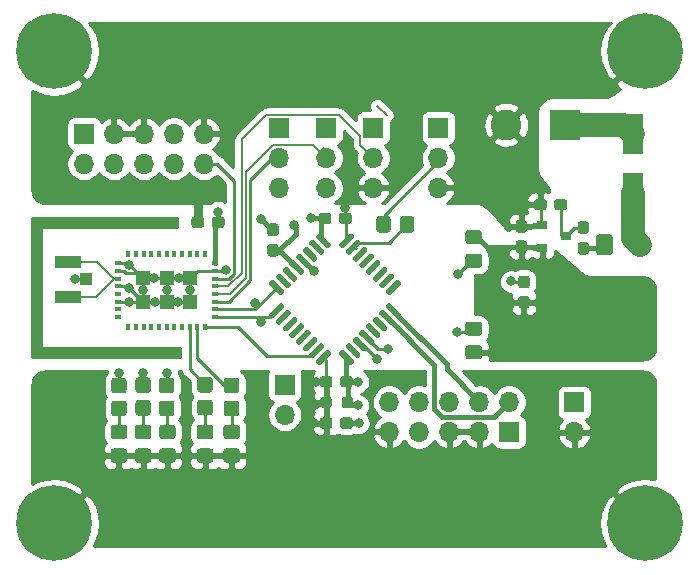
<source format=gbr>
%TF.GenerationSoftware,KiCad,Pcbnew,(5.1.10)-1*%
%TF.CreationDate,2021-08-23T16:31:20+01:00*%
%TF.ProjectId,Abhoinn_IoT_V3,4162686f-696e-46e5-9f49-6f545f56332e,rev?*%
%TF.SameCoordinates,Original*%
%TF.FileFunction,Copper,L1,Top*%
%TF.FilePolarity,Positive*%
%FSLAX46Y46*%
G04 Gerber Fmt 4.6, Leading zero omitted, Abs format (unit mm)*
G04 Created by KiCad (PCBNEW (5.1.10)-1) date 2021-08-23 16:31:20*
%MOMM*%
%LPD*%
G01*
G04 APERTURE LIST*
%TA.AperFunction,SMDPad,CuDef*%
%ADD10R,1.200000X1.200000*%
%TD*%
%TA.AperFunction,SMDPad,CuDef*%
%ADD11R,0.350000X0.500000*%
%TD*%
%TA.AperFunction,SMDPad,CuDef*%
%ADD12R,0.500000X0.350000*%
%TD*%
%TA.AperFunction,SMDPad,CuDef*%
%ADD13R,1.800000X3.500000*%
%TD*%
%TA.AperFunction,ComponentPad*%
%ADD14O,1.700000X1.700000*%
%TD*%
%TA.AperFunction,ComponentPad*%
%ADD15R,1.700000X1.700000*%
%TD*%
%TA.AperFunction,SMDPad,CuDef*%
%ADD16R,0.900000X0.800000*%
%TD*%
%TA.AperFunction,ComponentPad*%
%ADD17C,2.600000*%
%TD*%
%TA.AperFunction,ComponentPad*%
%ADD18R,2.600000X2.600000*%
%TD*%
%TA.AperFunction,SMDPad,CuDef*%
%ADD19R,2.200000X1.050000*%
%TD*%
%TA.AperFunction,SMDPad,CuDef*%
%ADD20R,1.050000X1.000000*%
%TD*%
%TA.AperFunction,ComponentPad*%
%ADD21C,0.800000*%
%TD*%
%TA.AperFunction,ComponentPad*%
%ADD22C,6.400000*%
%TD*%
%TA.AperFunction,ViaPad*%
%ADD23C,0.800000*%
%TD*%
%TA.AperFunction,Conductor*%
%ADD24C,0.130000*%
%TD*%
%TA.AperFunction,Conductor*%
%ADD25C,0.250000*%
%TD*%
%TA.AperFunction,Conductor*%
%ADD26C,0.400000*%
%TD*%
%TA.AperFunction,Conductor*%
%ADD27C,0.800000*%
%TD*%
%TA.AperFunction,Conductor*%
%ADD28C,0.450000*%
%TD*%
%TA.AperFunction,Conductor*%
%ADD29C,2.000000*%
%TD*%
%TA.AperFunction,Conductor*%
%ADD30C,0.146812*%
%TD*%
%TA.AperFunction,Conductor*%
%ADD31C,0.254000*%
%TD*%
%TA.AperFunction,Conductor*%
%ADD32C,0.100000*%
%TD*%
G04 APERTURE END LIST*
D10*
%TO.P,IC1,44*%
%TO.N,GND*%
X131500000Y-81250000D03*
%TO.P,IC1,43*%
X131500000Y-79250000D03*
%TO.P,IC1,42*%
X129500000Y-81250000D03*
%TO.P,IC1,41*%
X129500000Y-79250000D03*
%TO.P,IC1,40*%
X127500000Y-81250000D03*
%TO.P,IC1,39*%
X127500000Y-79250000D03*
D11*
%TO.P,IC1,38*%
%TO.N,N/C*%
X126250000Y-77150000D03*
%TO.P,IC1,37*%
X126900000Y-77150000D03*
%TO.P,IC1,36*%
X127550000Y-77150000D03*
%TO.P,IC1,35*%
X128200000Y-77150000D03*
%TO.P,IC1,34*%
X128850000Y-77150000D03*
%TO.P,IC1,33*%
X129500000Y-77150000D03*
%TO.P,IC1,32*%
X130150000Y-77150000D03*
%TO.P,IC1,31*%
X130800000Y-77150000D03*
%TO.P,IC1,30*%
X131450000Y-77150000D03*
%TO.P,IC1,29*%
X132100000Y-77150000D03*
%TO.P,IC1,28*%
X132750000Y-77150000D03*
D12*
%TO.P,IC1,27*%
%TO.N,+3V3*%
X133600000Y-77975000D03*
%TO.P,IC1,26*%
%TO.N,GND*%
X133600000Y-78625000D03*
%TO.P,IC1,25*%
%TO.N,RESET_N*%
X133600000Y-79275000D03*
%TO.P,IC1,24*%
%TO.N,DBG_EN*%
X133600000Y-79925000D03*
%TO.P,IC1,23*%
%TO.N,TX_LED+DBG_CLK*%
X133600000Y-80575000D03*
%TO.P,IC1,22*%
%TO.N,RX_LED+DBG_DATA*%
X133600000Y-81225000D03*
%TO.P,IC1,21*%
%TO.N,LPUART1_TX*%
X133600000Y-81875000D03*
%TO.P,IC1,20*%
%TO.N,LPUART1_RX*%
X133600000Y-82525000D03*
D11*
%TO.P,IC1,19*%
%TO.N,DEEP_SLEEP_WAKUP*%
X132750000Y-83350000D03*
%TO.P,IC1,18*%
%TO.N,RADIO_LED*%
X132100000Y-83350000D03*
%TO.P,IC1,17*%
%TO.N,CPU_LED*%
X131450000Y-83350000D03*
%TO.P,IC1,16*%
%TO.N,N/C*%
X130800000Y-83350000D03*
%TO.P,IC1,15*%
X130150000Y-83350000D03*
%TO.P,IC1,14*%
X129500000Y-83350000D03*
%TO.P,IC1,13*%
X128850000Y-83350000D03*
%TO.P,IC1,12*%
X128200000Y-83350000D03*
%TO.P,IC1,11*%
X127550000Y-83350000D03*
%TO.P,IC1,10*%
X126900000Y-83350000D03*
%TO.P,IC1,9*%
X126250000Y-83350000D03*
D12*
%TO.P,IC1,8*%
X125400000Y-82525000D03*
%TO.P,IC1,7*%
X125400000Y-81875000D03*
%TO.P,IC1,6*%
%TO.N,GND*%
X125400000Y-81225000D03*
%TO.P,IC1,5*%
%TO.N,N/C*%
X125400000Y-80575000D03*
%TO.P,IC1,4*%
%TO.N,GND*%
X125400000Y-79925000D03*
%TO.P,IC1,3*%
%TO.N,Net-(IC1-Pad3)*%
X125400000Y-79275000D03*
%TO.P,IC1,2*%
%TO.N,GND*%
X125400000Y-78625000D03*
%TO.P,IC1,1*%
X125400000Y-77975000D03*
%TD*%
%TO.P,R4,2*%
%TO.N,GND*%
%TA.AperFunction,SMDPad,CuDef*%
G36*
G01*
X129099999Y-93650000D02*
X130000001Y-93650000D01*
G75*
G02*
X130250000Y-93899999I0J-249999D01*
G01*
X130250000Y-94600001D01*
G75*
G02*
X130000001Y-94850000I-249999J0D01*
G01*
X129099999Y-94850000D01*
G75*
G02*
X128850000Y-94600001I0J249999D01*
G01*
X128850000Y-93899999D01*
G75*
G02*
X129099999Y-93650000I249999J0D01*
G01*
G37*
%TD.AperFunction*%
%TO.P,R4,1*%
%TO.N,Net-(D4-Pad1)*%
%TA.AperFunction,SMDPad,CuDef*%
G36*
G01*
X129099999Y-91650000D02*
X130000001Y-91650000D01*
G75*
G02*
X130250000Y-91899999I0J-249999D01*
G01*
X130250000Y-92600001D01*
G75*
G02*
X130000001Y-92850000I-249999J0D01*
G01*
X129099999Y-92850000D01*
G75*
G02*
X128850000Y-92600001I0J249999D01*
G01*
X128850000Y-91899999D01*
G75*
G02*
X129099999Y-91650000I249999J0D01*
G01*
G37*
%TD.AperFunction*%
%TD*%
D13*
%TO.P,D1,2*%
%TO.N,+5V*%
X169000000Y-67000000D03*
%TO.P,D1,1*%
%TO.N,Net-(D1-Pad1)*%
X169000000Y-72000000D03*
%TD*%
D14*
%TO.P,J3,10*%
%TO.N,NRST*%
X148340000Y-89710000D03*
%TO.P,J3,9*%
%TO.N,GND*%
X148340000Y-92250000D03*
%TO.P,J3,8*%
%TO.N,N/C*%
X150880000Y-89710000D03*
%TO.P,J3,7*%
X150880000Y-92250000D03*
%TO.P,J3,6*%
X153420000Y-89710000D03*
%TO.P,J3,5*%
%TO.N,GND*%
X153420000Y-92250000D03*
%TO.P,J3,4*%
%TO.N,SWCLK*%
X155960000Y-89710000D03*
%TO.P,J3,3*%
%TO.N,GND*%
X155960000Y-92250000D03*
%TO.P,J3,2*%
%TO.N,SWDIO*%
X158500000Y-89710000D03*
D15*
%TO.P,J3,1*%
%TO.N,+3V3*%
X158500000Y-92250000D03*
%TD*%
D16*
%TO.P,U1,3*%
%TO.N,Net-(C6-Pad1)*%
X163306000Y-75692000D03*
%TO.P,U1,2*%
%TO.N,+3V3*%
X161306000Y-76642000D03*
%TO.P,U1,1*%
%TO.N,GND*%
X161306000Y-74742000D03*
%TD*%
%TO.P,C6,2*%
%TO.N,GND*%
%TA.AperFunction,SMDPad,CuDef*%
G36*
G01*
X161675000Y-72762500D02*
X161675000Y-73237500D01*
G75*
G02*
X161437500Y-73475000I-237500J0D01*
G01*
X160837500Y-73475000D01*
G75*
G02*
X160600000Y-73237500I0J237500D01*
G01*
X160600000Y-72762500D01*
G75*
G02*
X160837500Y-72525000I237500J0D01*
G01*
X161437500Y-72525000D01*
G75*
G02*
X161675000Y-72762500I0J-237500D01*
G01*
G37*
%TD.AperFunction*%
%TO.P,C6,1*%
%TO.N,Net-(C6-Pad1)*%
%TA.AperFunction,SMDPad,CuDef*%
G36*
G01*
X163400000Y-72762500D02*
X163400000Y-73237500D01*
G75*
G02*
X163162500Y-73475000I-237500J0D01*
G01*
X162562500Y-73475000D01*
G75*
G02*
X162325000Y-73237500I0J237500D01*
G01*
X162325000Y-72762500D01*
G75*
G02*
X162562500Y-72525000I237500J0D01*
G01*
X163162500Y-72525000D01*
G75*
G02*
X163400000Y-72762500I0J-237500D01*
G01*
G37*
%TD.AperFunction*%
%TD*%
%TO.P,C9,2*%
%TO.N,GND*%
%TA.AperFunction,SMDPad,CuDef*%
G36*
G01*
X159987500Y-80087500D02*
X159512500Y-80087500D01*
G75*
G02*
X159275000Y-79850000I0J237500D01*
G01*
X159275000Y-79250000D01*
G75*
G02*
X159512500Y-79012500I237500J0D01*
G01*
X159987500Y-79012500D01*
G75*
G02*
X160225000Y-79250000I0J-237500D01*
G01*
X160225000Y-79850000D01*
G75*
G02*
X159987500Y-80087500I-237500J0D01*
G01*
G37*
%TD.AperFunction*%
%TO.P,C9,1*%
%TO.N,+3V3*%
%TA.AperFunction,SMDPad,CuDef*%
G36*
G01*
X159987500Y-81812500D02*
X159512500Y-81812500D01*
G75*
G02*
X159275000Y-81575000I0J237500D01*
G01*
X159275000Y-80975000D01*
G75*
G02*
X159512500Y-80737500I237500J0D01*
G01*
X159987500Y-80737500D01*
G75*
G02*
X160225000Y-80975000I0J-237500D01*
G01*
X160225000Y-81575000D01*
G75*
G02*
X159987500Y-81812500I-237500J0D01*
G01*
G37*
%TD.AperFunction*%
%TD*%
%TO.P,F1,2*%
%TO.N,Net-(F1-Pad2)*%
%TA.AperFunction,SMDPad,CuDef*%
G36*
G01*
X167278880Y-75777440D02*
X167278880Y-77027440D01*
G75*
G02*
X167028880Y-77277440I-250000J0D01*
G01*
X166103880Y-77277440D01*
G75*
G02*
X165853880Y-77027440I0J250000D01*
G01*
X165853880Y-75777440D01*
G75*
G02*
X166103880Y-75527440I250000J0D01*
G01*
X167028880Y-75527440D01*
G75*
G02*
X167278880Y-75777440I0J-250000D01*
G01*
G37*
%TD.AperFunction*%
%TO.P,F1,1*%
%TO.N,Net-(D1-Pad1)*%
%TA.AperFunction,SMDPad,CuDef*%
G36*
G01*
X170253880Y-75777440D02*
X170253880Y-77027440D01*
G75*
G02*
X170003880Y-77277440I-250000J0D01*
G01*
X169078880Y-77277440D01*
G75*
G02*
X168828880Y-77027440I0J250000D01*
G01*
X168828880Y-75777440D01*
G75*
G02*
X169078880Y-75527440I250000J0D01*
G01*
X170003880Y-75527440D01*
G75*
G02*
X170253880Y-75777440I0J-250000D01*
G01*
G37*
%TD.AperFunction*%
%TD*%
D14*
%TO.P,JP4,3*%
%TO.N,GND*%
X152500000Y-71580000D03*
%TO.P,JP4,2*%
%TO.N,Net-(D4-Pad2)*%
X152500000Y-69040000D03*
D15*
%TO.P,JP4,1*%
%TO.N,+3V3*%
X152500000Y-66500000D03*
%TD*%
D14*
%TO.P,JP3,3*%
%TO.N,GND*%
X147000000Y-71580000D03*
%TO.P,JP3,2*%
%TO.N,DBG_EN*%
X147000000Y-69040000D03*
D15*
%TO.P,JP3,1*%
%TO.N,+3V3*%
X147000000Y-66500000D03*
%TD*%
D14*
%TO.P,JP2,3*%
%TO.N,LED_RX*%
X139000000Y-71580000D03*
%TO.P,JP2,2*%
%TO.N,RX_LED+DBG_DATA*%
X139000000Y-69040000D03*
D15*
%TO.P,JP2,1*%
%TO.N,TS_DBG_DATA*%
X139000000Y-66500000D03*
%TD*%
D14*
%TO.P,JP1,3*%
%TO.N,LED_TX*%
X143000000Y-71580000D03*
%TO.P,JP1,2*%
%TO.N,TX_LED+DBG_CLK*%
X143000000Y-69040000D03*
D15*
%TO.P,JP1,1*%
%TO.N,TS_DBG_CLK*%
X143000000Y-66500000D03*
%TD*%
D14*
%TO.P,J2,2*%
%TO.N,LPUART1_TX*%
X139500000Y-90790000D03*
D15*
%TO.P,J2,1*%
%TO.N,LPUART1_RX*%
X139500000Y-88250000D03*
%TD*%
D14*
%TO.P,J1,2*%
%TO.N,GND*%
X164000000Y-92290000D03*
D15*
%TO.P,J1,1*%
%TO.N,+3V3*%
X164000000Y-89750000D03*
%TD*%
D14*
%TO.P,J4,10*%
%TO.N,RESET_N*%
X132660000Y-69540000D03*
%TO.P,J4,9*%
%TO.N,GND*%
X132660000Y-67000000D03*
%TO.P,J4,8*%
%TO.N,N/C*%
X130120000Y-69540000D03*
%TO.P,J4,7*%
X130120000Y-67000000D03*
%TO.P,J4,6*%
X127580000Y-69540000D03*
%TO.P,J4,5*%
%TO.N,GND*%
X127580000Y-67000000D03*
%TO.P,J4,4*%
%TO.N,TS_DBG_CLK*%
X125040000Y-69540000D03*
%TO.P,J4,3*%
%TO.N,GND*%
X125040000Y-67000000D03*
%TO.P,J4,2*%
%TO.N,TS_DBG_DATA*%
X122500000Y-69540000D03*
D15*
%TO.P,J4,1*%
%TO.N,+3V3*%
X122500000Y-67000000D03*
%TD*%
%TO.P,U3,32*%
%TO.N,GND*%
%TA.AperFunction,SMDPad,CuDef*%
G36*
G01*
X144103554Y-76333095D02*
X144987437Y-75449212D01*
G75*
G02*
X145164213Y-75449212I88388J-88388D01*
G01*
X145340990Y-75625989D01*
G75*
G02*
X145340990Y-75802765I-88388J-88388D01*
G01*
X144457107Y-76686648D01*
G75*
G02*
X144280331Y-76686648I-88388J88388D01*
G01*
X144103554Y-76509871D01*
G75*
G02*
X144103554Y-76333095I88388J88388D01*
G01*
G37*
%TD.AperFunction*%
%TO.P,U3,31*%
%TO.N,BOOT0*%
%TA.AperFunction,SMDPad,CuDef*%
G36*
G01*
X144669239Y-76898781D02*
X145553122Y-76014898D01*
G75*
G02*
X145729898Y-76014898I88388J-88388D01*
G01*
X145906675Y-76191675D01*
G75*
G02*
X145906675Y-76368451I-88388J-88388D01*
G01*
X145022792Y-77252334D01*
G75*
G02*
X144846016Y-77252334I-88388J88388D01*
G01*
X144669239Y-77075557D01*
G75*
G02*
X144669239Y-76898781I88388J88388D01*
G01*
G37*
%TD.AperFunction*%
%TO.P,U3,30*%
%TO.N,N/C*%
%TA.AperFunction,SMDPad,CuDef*%
G36*
G01*
X145234925Y-77464466D02*
X146118808Y-76580583D01*
G75*
G02*
X146295584Y-76580583I88388J-88388D01*
G01*
X146472361Y-76757360D01*
G75*
G02*
X146472361Y-76934136I-88388J-88388D01*
G01*
X145588478Y-77818019D01*
G75*
G02*
X145411702Y-77818019I-88388J88388D01*
G01*
X145234925Y-77641242D01*
G75*
G02*
X145234925Y-77464466I88388J88388D01*
G01*
G37*
%TD.AperFunction*%
%TO.P,U3,29*%
%TA.AperFunction,SMDPad,CuDef*%
G36*
G01*
X145800610Y-78030151D02*
X146684493Y-77146268D01*
G75*
G02*
X146861269Y-77146268I88388J-88388D01*
G01*
X147038046Y-77323045D01*
G75*
G02*
X147038046Y-77499821I-88388J-88388D01*
G01*
X146154163Y-78383704D01*
G75*
G02*
X145977387Y-78383704I-88388J88388D01*
G01*
X145800610Y-78206927D01*
G75*
G02*
X145800610Y-78030151I88388J88388D01*
G01*
G37*
%TD.AperFunction*%
%TO.P,U3,28*%
%TA.AperFunction,SMDPad,CuDef*%
G36*
G01*
X146366296Y-78595837D02*
X147250179Y-77711954D01*
G75*
G02*
X147426955Y-77711954I88388J-88388D01*
G01*
X147603732Y-77888731D01*
G75*
G02*
X147603732Y-78065507I-88388J-88388D01*
G01*
X146719849Y-78949390D01*
G75*
G02*
X146543073Y-78949390I-88388J88388D01*
G01*
X146366296Y-78772613D01*
G75*
G02*
X146366296Y-78595837I88388J88388D01*
G01*
G37*
%TD.AperFunction*%
%TO.P,U3,27*%
%TA.AperFunction,SMDPad,CuDef*%
G36*
G01*
X146931981Y-79161522D02*
X147815864Y-78277639D01*
G75*
G02*
X147992640Y-78277639I88388J-88388D01*
G01*
X148169417Y-78454416D01*
G75*
G02*
X148169417Y-78631192I-88388J-88388D01*
G01*
X147285534Y-79515075D01*
G75*
G02*
X147108758Y-79515075I-88388J88388D01*
G01*
X146931981Y-79338298D01*
G75*
G02*
X146931981Y-79161522I88388J88388D01*
G01*
G37*
%TD.AperFunction*%
%TO.P,U3,26*%
%TA.AperFunction,SMDPad,CuDef*%
G36*
G01*
X147497666Y-79727208D02*
X148381549Y-78843325D01*
G75*
G02*
X148558325Y-78843325I88388J-88388D01*
G01*
X148735102Y-79020102D01*
G75*
G02*
X148735102Y-79196878I-88388J-88388D01*
G01*
X147851219Y-80080761D01*
G75*
G02*
X147674443Y-80080761I-88388J88388D01*
G01*
X147497666Y-79903984D01*
G75*
G02*
X147497666Y-79727208I88388J88388D01*
G01*
G37*
%TD.AperFunction*%
%TO.P,U3,25*%
%TA.AperFunction,SMDPad,CuDef*%
G36*
G01*
X148063352Y-80292893D02*
X148947235Y-79409010D01*
G75*
G02*
X149124011Y-79409010I88388J-88388D01*
G01*
X149300788Y-79585787D01*
G75*
G02*
X149300788Y-79762563I-88388J-88388D01*
G01*
X148416905Y-80646446D01*
G75*
G02*
X148240129Y-80646446I-88388J88388D01*
G01*
X148063352Y-80469669D01*
G75*
G02*
X148063352Y-80292893I88388J88388D01*
G01*
G37*
%TD.AperFunction*%
%TO.P,U3,24*%
%TO.N,SWCLK*%
%TA.AperFunction,SMDPad,CuDef*%
G36*
G01*
X148063352Y-81530331D02*
X148240129Y-81353554D01*
G75*
G02*
X148416905Y-81353554I88388J-88388D01*
G01*
X149300788Y-82237437D01*
G75*
G02*
X149300788Y-82414213I-88388J-88388D01*
G01*
X149124011Y-82590990D01*
G75*
G02*
X148947235Y-82590990I-88388J88388D01*
G01*
X148063352Y-81707107D01*
G75*
G02*
X148063352Y-81530331I88388J88388D01*
G01*
G37*
%TD.AperFunction*%
%TO.P,U3,23*%
%TO.N,SWDIO*%
%TA.AperFunction,SMDPad,CuDef*%
G36*
G01*
X147497666Y-82096016D02*
X147674443Y-81919239D01*
G75*
G02*
X147851219Y-81919239I88388J-88388D01*
G01*
X148735102Y-82803122D01*
G75*
G02*
X148735102Y-82979898I-88388J-88388D01*
G01*
X148558325Y-83156675D01*
G75*
G02*
X148381549Y-83156675I-88388J88388D01*
G01*
X147497666Y-82272792D01*
G75*
G02*
X147497666Y-82096016I88388J88388D01*
G01*
G37*
%TD.AperFunction*%
%TO.P,U3,22*%
%TO.N,N/C*%
%TA.AperFunction,SMDPad,CuDef*%
G36*
G01*
X146931981Y-82661702D02*
X147108758Y-82484925D01*
G75*
G02*
X147285534Y-82484925I88388J-88388D01*
G01*
X148169417Y-83368808D01*
G75*
G02*
X148169417Y-83545584I-88388J-88388D01*
G01*
X147992640Y-83722361D01*
G75*
G02*
X147815864Y-83722361I-88388J88388D01*
G01*
X146931981Y-82838478D01*
G75*
G02*
X146931981Y-82661702I88388J88388D01*
G01*
G37*
%TD.AperFunction*%
%TO.P,U3,21*%
%TA.AperFunction,SMDPad,CuDef*%
G36*
G01*
X146366296Y-83227387D02*
X146543073Y-83050610D01*
G75*
G02*
X146719849Y-83050610I88388J-88388D01*
G01*
X147603732Y-83934493D01*
G75*
G02*
X147603732Y-84111269I-88388J-88388D01*
G01*
X147426955Y-84288046D01*
G75*
G02*
X147250179Y-84288046I-88388J88388D01*
G01*
X146366296Y-83404163D01*
G75*
G02*
X146366296Y-83227387I88388J88388D01*
G01*
G37*
%TD.AperFunction*%
%TO.P,U3,20*%
%TO.N,PRESSURE_SDA*%
%TA.AperFunction,SMDPad,CuDef*%
G36*
G01*
X145800610Y-83793073D02*
X145977387Y-83616296D01*
G75*
G02*
X146154163Y-83616296I88388J-88388D01*
G01*
X147038046Y-84500179D01*
G75*
G02*
X147038046Y-84676955I-88388J-88388D01*
G01*
X146861269Y-84853732D01*
G75*
G02*
X146684493Y-84853732I-88388J88388D01*
G01*
X145800610Y-83969849D01*
G75*
G02*
X145800610Y-83793073I88388J88388D01*
G01*
G37*
%TD.AperFunction*%
%TO.P,U3,19*%
%TO.N,PRESSURE_SCL*%
%TA.AperFunction,SMDPad,CuDef*%
G36*
G01*
X145234925Y-84358758D02*
X145411702Y-84181981D01*
G75*
G02*
X145588478Y-84181981I88388J-88388D01*
G01*
X146472361Y-85065864D01*
G75*
G02*
X146472361Y-85242640I-88388J-88388D01*
G01*
X146295584Y-85419417D01*
G75*
G02*
X146118808Y-85419417I-88388J88388D01*
G01*
X145234925Y-84535534D01*
G75*
G02*
X145234925Y-84358758I88388J88388D01*
G01*
G37*
%TD.AperFunction*%
%TO.P,U3,18*%
%TO.N,N/C*%
%TA.AperFunction,SMDPad,CuDef*%
G36*
G01*
X144669239Y-84924443D02*
X144846016Y-84747666D01*
G75*
G02*
X145022792Y-84747666I88388J-88388D01*
G01*
X145906675Y-85631549D01*
G75*
G02*
X145906675Y-85808325I-88388J-88388D01*
G01*
X145729898Y-85985102D01*
G75*
G02*
X145553122Y-85985102I-88388J88388D01*
G01*
X144669239Y-85101219D01*
G75*
G02*
X144669239Y-84924443I88388J88388D01*
G01*
G37*
%TD.AperFunction*%
%TO.P,U3,17*%
%TO.N,+3V3*%
%TA.AperFunction,SMDPad,CuDef*%
G36*
G01*
X144103554Y-85490129D02*
X144280331Y-85313352D01*
G75*
G02*
X144457107Y-85313352I88388J-88388D01*
G01*
X145340990Y-86197235D01*
G75*
G02*
X145340990Y-86374011I-88388J-88388D01*
G01*
X145164213Y-86550788D01*
G75*
G02*
X144987437Y-86550788I-88388J88388D01*
G01*
X144103554Y-85666905D01*
G75*
G02*
X144103554Y-85490129I88388J88388D01*
G01*
G37*
%TD.AperFunction*%
%TO.P,U3,16*%
%TO.N,GND*%
%TA.AperFunction,SMDPad,CuDef*%
G36*
G01*
X142159010Y-86197235D02*
X143042893Y-85313352D01*
G75*
G02*
X143219669Y-85313352I88388J-88388D01*
G01*
X143396446Y-85490129D01*
G75*
G02*
X143396446Y-85666905I-88388J-88388D01*
G01*
X142512563Y-86550788D01*
G75*
G02*
X142335787Y-86550788I-88388J88388D01*
G01*
X142159010Y-86374011D01*
G75*
G02*
X142159010Y-86197235I88388J88388D01*
G01*
G37*
%TD.AperFunction*%
%TO.P,U3,15*%
%TO.N,DEEP_SLEEP_WAKUP*%
%TA.AperFunction,SMDPad,CuDef*%
G36*
G01*
X141593325Y-85631549D02*
X142477208Y-84747666D01*
G75*
G02*
X142653984Y-84747666I88388J-88388D01*
G01*
X142830761Y-84924443D01*
G75*
G02*
X142830761Y-85101219I-88388J-88388D01*
G01*
X141946878Y-85985102D01*
G75*
G02*
X141770102Y-85985102I-88388J88388D01*
G01*
X141593325Y-85808325D01*
G75*
G02*
X141593325Y-85631549I88388J88388D01*
G01*
G37*
%TD.AperFunction*%
%TO.P,U3,14*%
%TO.N,N/C*%
%TA.AperFunction,SMDPad,CuDef*%
G36*
G01*
X141027639Y-85065864D02*
X141911522Y-84181981D01*
G75*
G02*
X142088298Y-84181981I88388J-88388D01*
G01*
X142265075Y-84358758D01*
G75*
G02*
X142265075Y-84535534I-88388J-88388D01*
G01*
X141381192Y-85419417D01*
G75*
G02*
X141204416Y-85419417I-88388J88388D01*
G01*
X141027639Y-85242640D01*
G75*
G02*
X141027639Y-85065864I88388J88388D01*
G01*
G37*
%TD.AperFunction*%
%TO.P,U3,13*%
%TA.AperFunction,SMDPad,CuDef*%
G36*
G01*
X140461954Y-84500179D02*
X141345837Y-83616296D01*
G75*
G02*
X141522613Y-83616296I88388J-88388D01*
G01*
X141699390Y-83793073D01*
G75*
G02*
X141699390Y-83969849I-88388J-88388D01*
G01*
X140815507Y-84853732D01*
G75*
G02*
X140638731Y-84853732I-88388J88388D01*
G01*
X140461954Y-84676955D01*
G75*
G02*
X140461954Y-84500179I88388J88388D01*
G01*
G37*
%TD.AperFunction*%
%TO.P,U3,12*%
%TA.AperFunction,SMDPad,CuDef*%
G36*
G01*
X139896268Y-83934493D02*
X140780151Y-83050610D01*
G75*
G02*
X140956927Y-83050610I88388J-88388D01*
G01*
X141133704Y-83227387D01*
G75*
G02*
X141133704Y-83404163I-88388J-88388D01*
G01*
X140249821Y-84288046D01*
G75*
G02*
X140073045Y-84288046I-88388J88388D01*
G01*
X139896268Y-84111269D01*
G75*
G02*
X139896268Y-83934493I88388J88388D01*
G01*
G37*
%TD.AperFunction*%
%TO.P,U3,11*%
%TA.AperFunction,SMDPad,CuDef*%
G36*
G01*
X139330583Y-83368808D02*
X140214466Y-82484925D01*
G75*
G02*
X140391242Y-82484925I88388J-88388D01*
G01*
X140568019Y-82661702D01*
G75*
G02*
X140568019Y-82838478I-88388J-88388D01*
G01*
X139684136Y-83722361D01*
G75*
G02*
X139507360Y-83722361I-88388J88388D01*
G01*
X139330583Y-83545584D01*
G75*
G02*
X139330583Y-83368808I88388J88388D01*
G01*
G37*
%TD.AperFunction*%
%TO.P,U3,10*%
%TA.AperFunction,SMDPad,CuDef*%
G36*
G01*
X138764898Y-82803122D02*
X139648781Y-81919239D01*
G75*
G02*
X139825557Y-81919239I88388J-88388D01*
G01*
X140002334Y-82096016D01*
G75*
G02*
X140002334Y-82272792I-88388J-88388D01*
G01*
X139118451Y-83156675D01*
G75*
G02*
X138941675Y-83156675I-88388J88388D01*
G01*
X138764898Y-82979898D01*
G75*
G02*
X138764898Y-82803122I88388J88388D01*
G01*
G37*
%TD.AperFunction*%
%TO.P,U3,9*%
%TO.N,LPUART1_RX*%
%TA.AperFunction,SMDPad,CuDef*%
G36*
G01*
X138199212Y-82237437D02*
X139083095Y-81353554D01*
G75*
G02*
X139259871Y-81353554I88388J-88388D01*
G01*
X139436648Y-81530331D01*
G75*
G02*
X139436648Y-81707107I-88388J-88388D01*
G01*
X138552765Y-82590990D01*
G75*
G02*
X138375989Y-82590990I-88388J88388D01*
G01*
X138199212Y-82414213D01*
G75*
G02*
X138199212Y-82237437I88388J88388D01*
G01*
G37*
%TD.AperFunction*%
%TO.P,U3,8*%
%TO.N,LPUART1_TX*%
%TA.AperFunction,SMDPad,CuDef*%
G36*
G01*
X138199212Y-79585787D02*
X138375989Y-79409010D01*
G75*
G02*
X138552765Y-79409010I88388J-88388D01*
G01*
X139436648Y-80292893D01*
G75*
G02*
X139436648Y-80469669I-88388J-88388D01*
G01*
X139259871Y-80646446D01*
G75*
G02*
X139083095Y-80646446I-88388J88388D01*
G01*
X138199212Y-79762563D01*
G75*
G02*
X138199212Y-79585787I88388J88388D01*
G01*
G37*
%TD.AperFunction*%
%TO.P,U3,7*%
%TO.N,N/C*%
%TA.AperFunction,SMDPad,CuDef*%
G36*
G01*
X138764898Y-79020102D02*
X138941675Y-78843325D01*
G75*
G02*
X139118451Y-78843325I88388J-88388D01*
G01*
X140002334Y-79727208D01*
G75*
G02*
X140002334Y-79903984I-88388J-88388D01*
G01*
X139825557Y-80080761D01*
G75*
G02*
X139648781Y-80080761I-88388J88388D01*
G01*
X138764898Y-79196878D01*
G75*
G02*
X138764898Y-79020102I88388J88388D01*
G01*
G37*
%TD.AperFunction*%
%TO.P,U3,6*%
%TA.AperFunction,SMDPad,CuDef*%
G36*
G01*
X139330583Y-78454416D02*
X139507360Y-78277639D01*
G75*
G02*
X139684136Y-78277639I88388J-88388D01*
G01*
X140568019Y-79161522D01*
G75*
G02*
X140568019Y-79338298I-88388J-88388D01*
G01*
X140391242Y-79515075D01*
G75*
G02*
X140214466Y-79515075I-88388J88388D01*
G01*
X139330583Y-78631192D01*
G75*
G02*
X139330583Y-78454416I88388J88388D01*
G01*
G37*
%TD.AperFunction*%
%TO.P,U3,5*%
%TO.N,+3V3*%
%TA.AperFunction,SMDPad,CuDef*%
G36*
G01*
X139896268Y-77888731D02*
X140073045Y-77711954D01*
G75*
G02*
X140249821Y-77711954I88388J-88388D01*
G01*
X141133704Y-78595837D01*
G75*
G02*
X141133704Y-78772613I-88388J-88388D01*
G01*
X140956927Y-78949390D01*
G75*
G02*
X140780151Y-78949390I-88388J88388D01*
G01*
X139896268Y-78065507D01*
G75*
G02*
X139896268Y-77888731I88388J88388D01*
G01*
G37*
%TD.AperFunction*%
%TO.P,U3,4*%
%TO.N,NRST*%
%TA.AperFunction,SMDPad,CuDef*%
G36*
G01*
X140461954Y-77323045D02*
X140638731Y-77146268D01*
G75*
G02*
X140815507Y-77146268I88388J-88388D01*
G01*
X141699390Y-78030151D01*
G75*
G02*
X141699390Y-78206927I-88388J-88388D01*
G01*
X141522613Y-78383704D01*
G75*
G02*
X141345837Y-78383704I-88388J88388D01*
G01*
X140461954Y-77499821D01*
G75*
G02*
X140461954Y-77323045I88388J88388D01*
G01*
G37*
%TD.AperFunction*%
%TO.P,U3,3*%
%TO.N,N/C*%
%TA.AperFunction,SMDPad,CuDef*%
G36*
G01*
X141027639Y-76757360D02*
X141204416Y-76580583D01*
G75*
G02*
X141381192Y-76580583I88388J-88388D01*
G01*
X142265075Y-77464466D01*
G75*
G02*
X142265075Y-77641242I-88388J-88388D01*
G01*
X142088298Y-77818019D01*
G75*
G02*
X141911522Y-77818019I-88388J88388D01*
G01*
X141027639Y-76934136D01*
G75*
G02*
X141027639Y-76757360I88388J88388D01*
G01*
G37*
%TD.AperFunction*%
%TO.P,U3,2*%
%TA.AperFunction,SMDPad,CuDef*%
G36*
G01*
X141593325Y-76191675D02*
X141770102Y-76014898D01*
G75*
G02*
X141946878Y-76014898I88388J-88388D01*
G01*
X142830761Y-76898781D01*
G75*
G02*
X142830761Y-77075557I-88388J-88388D01*
G01*
X142653984Y-77252334D01*
G75*
G02*
X142477208Y-77252334I-88388J88388D01*
G01*
X141593325Y-76368451D01*
G75*
G02*
X141593325Y-76191675I88388J88388D01*
G01*
G37*
%TD.AperFunction*%
%TO.P,U3,1*%
%TO.N,+3V3*%
%TA.AperFunction,SMDPad,CuDef*%
G36*
G01*
X142159010Y-75625989D02*
X142335787Y-75449212D01*
G75*
G02*
X142512563Y-75449212I88388J-88388D01*
G01*
X143396446Y-76333095D01*
G75*
G02*
X143396446Y-76509871I-88388J-88388D01*
G01*
X143219669Y-76686648D01*
G75*
G02*
X143042893Y-76686648I-88388J88388D01*
G01*
X142159010Y-75802765D01*
G75*
G02*
X142159010Y-75625989I88388J88388D01*
G01*
G37*
%TD.AperFunction*%
%TD*%
%TO.P,R8,2*%
%TO.N,GND*%
%TA.AperFunction,SMDPad,CuDef*%
G36*
G01*
X134549999Y-93650000D02*
X135450001Y-93650000D01*
G75*
G02*
X135700000Y-93899999I0J-249999D01*
G01*
X135700000Y-94600001D01*
G75*
G02*
X135450001Y-94850000I-249999J0D01*
G01*
X134549999Y-94850000D01*
G75*
G02*
X134300000Y-94600001I0J249999D01*
G01*
X134300000Y-93899999D01*
G75*
G02*
X134549999Y-93650000I249999J0D01*
G01*
G37*
%TD.AperFunction*%
%TO.P,R8,1*%
%TO.N,Net-(D6-Pad1)*%
%TA.AperFunction,SMDPad,CuDef*%
G36*
G01*
X134549999Y-91650000D02*
X135450001Y-91650000D01*
G75*
G02*
X135700000Y-91899999I0J-249999D01*
G01*
X135700000Y-92600001D01*
G75*
G02*
X135450001Y-92850000I-249999J0D01*
G01*
X134549999Y-92850000D01*
G75*
G02*
X134300000Y-92600001I0J249999D01*
G01*
X134300000Y-91899999D01*
G75*
G02*
X134549999Y-91650000I249999J0D01*
G01*
G37*
%TD.AperFunction*%
%TD*%
%TO.P,R7,2*%
%TO.N,GND*%
%TA.AperFunction,SMDPad,CuDef*%
G36*
G01*
X132299999Y-93650000D02*
X133200001Y-93650000D01*
G75*
G02*
X133450000Y-93899999I0J-249999D01*
G01*
X133450000Y-94600001D01*
G75*
G02*
X133200001Y-94850000I-249999J0D01*
G01*
X132299999Y-94850000D01*
G75*
G02*
X132050000Y-94600001I0J249999D01*
G01*
X132050000Y-93899999D01*
G75*
G02*
X132299999Y-93650000I249999J0D01*
G01*
G37*
%TD.AperFunction*%
%TO.P,R7,1*%
%TO.N,Net-(D5-Pad1)*%
%TA.AperFunction,SMDPad,CuDef*%
G36*
G01*
X132299999Y-91650000D02*
X133200001Y-91650000D01*
G75*
G02*
X133450000Y-91899999I0J-249999D01*
G01*
X133450000Y-92600001D01*
G75*
G02*
X133200001Y-92850000I-249999J0D01*
G01*
X132299999Y-92850000D01*
G75*
G02*
X132050000Y-92600001I0J249999D01*
G01*
X132050000Y-91899999D01*
G75*
G02*
X132299999Y-91650000I249999J0D01*
G01*
G37*
%TD.AperFunction*%
%TD*%
%TO.P,R6,2*%
%TO.N,PRESSURE_SDA*%
%TA.AperFunction,SMDPad,CuDef*%
G36*
G01*
X155049999Y-77150000D02*
X155950001Y-77150000D01*
G75*
G02*
X156200000Y-77399999I0J-249999D01*
G01*
X156200000Y-78100001D01*
G75*
G02*
X155950001Y-78350000I-249999J0D01*
G01*
X155049999Y-78350000D01*
G75*
G02*
X154800000Y-78100001I0J249999D01*
G01*
X154800000Y-77399999D01*
G75*
G02*
X155049999Y-77150000I249999J0D01*
G01*
G37*
%TD.AperFunction*%
%TO.P,R6,1*%
%TO.N,+3V3*%
%TA.AperFunction,SMDPad,CuDef*%
G36*
G01*
X155049999Y-75150000D02*
X155950001Y-75150000D01*
G75*
G02*
X156200000Y-75399999I0J-249999D01*
G01*
X156200000Y-76100001D01*
G75*
G02*
X155950001Y-76350000I-249999J0D01*
G01*
X155049999Y-76350000D01*
G75*
G02*
X154800000Y-76100001I0J249999D01*
G01*
X154800000Y-75399999D01*
G75*
G02*
X155049999Y-75150000I249999J0D01*
G01*
G37*
%TD.AperFunction*%
%TD*%
%TO.P,R5,2*%
%TO.N,PRESSURE_SCL*%
%TA.AperFunction,SMDPad,CuDef*%
G36*
G01*
X155950001Y-84100000D02*
X155049999Y-84100000D01*
G75*
G02*
X154800000Y-83850001I0J249999D01*
G01*
X154800000Y-83149999D01*
G75*
G02*
X155049999Y-82900000I249999J0D01*
G01*
X155950001Y-82900000D01*
G75*
G02*
X156200000Y-83149999I0J-249999D01*
G01*
X156200000Y-83850001D01*
G75*
G02*
X155950001Y-84100000I-249999J0D01*
G01*
G37*
%TD.AperFunction*%
%TO.P,R5,1*%
%TO.N,+3V3*%
%TA.AperFunction,SMDPad,CuDef*%
G36*
G01*
X155950001Y-86100000D02*
X155049999Y-86100000D01*
G75*
G02*
X154800000Y-85850001I0J249999D01*
G01*
X154800000Y-85149999D01*
G75*
G02*
X155049999Y-84900000I249999J0D01*
G01*
X155950001Y-84900000D01*
G75*
G02*
X156200000Y-85149999I0J-249999D01*
G01*
X156200000Y-85850001D01*
G75*
G02*
X155950001Y-86100000I-249999J0D01*
G01*
G37*
%TD.AperFunction*%
%TD*%
%TO.P,R3,2*%
%TO.N,GND*%
%TA.AperFunction,SMDPad,CuDef*%
G36*
G01*
X127049999Y-93650000D02*
X127950001Y-93650000D01*
G75*
G02*
X128200000Y-93899999I0J-249999D01*
G01*
X128200000Y-94600001D01*
G75*
G02*
X127950001Y-94850000I-249999J0D01*
G01*
X127049999Y-94850000D01*
G75*
G02*
X126800000Y-94600001I0J249999D01*
G01*
X126800000Y-93899999D01*
G75*
G02*
X127049999Y-93650000I249999J0D01*
G01*
G37*
%TD.AperFunction*%
%TO.P,R3,1*%
%TO.N,Net-(D3-Pad1)*%
%TA.AperFunction,SMDPad,CuDef*%
G36*
G01*
X127049999Y-91650000D02*
X127950001Y-91650000D01*
G75*
G02*
X128200000Y-91899999I0J-249999D01*
G01*
X128200000Y-92600001D01*
G75*
G02*
X127950001Y-92850000I-249999J0D01*
G01*
X127049999Y-92850000D01*
G75*
G02*
X126800000Y-92600001I0J249999D01*
G01*
X126800000Y-91899999D01*
G75*
G02*
X127049999Y-91650000I249999J0D01*
G01*
G37*
%TD.AperFunction*%
%TD*%
%TO.P,R2,2*%
%TO.N,GND*%
%TA.AperFunction,SMDPad,CuDef*%
G36*
G01*
X124999999Y-93650000D02*
X125900001Y-93650000D01*
G75*
G02*
X126150000Y-93899999I0J-249999D01*
G01*
X126150000Y-94600001D01*
G75*
G02*
X125900001Y-94850000I-249999J0D01*
G01*
X124999999Y-94850000D01*
G75*
G02*
X124750000Y-94600001I0J249999D01*
G01*
X124750000Y-93899999D01*
G75*
G02*
X124999999Y-93650000I249999J0D01*
G01*
G37*
%TD.AperFunction*%
%TO.P,R2,1*%
%TO.N,Net-(D2-Pad1)*%
%TA.AperFunction,SMDPad,CuDef*%
G36*
G01*
X124999999Y-91650000D02*
X125900001Y-91650000D01*
G75*
G02*
X126150000Y-91899999I0J-249999D01*
G01*
X126150000Y-92600001D01*
G75*
G02*
X125900001Y-92850000I-249999J0D01*
G01*
X124999999Y-92850000D01*
G75*
G02*
X124750000Y-92600001I0J249999D01*
G01*
X124750000Y-91899999D01*
G75*
G02*
X124999999Y-91650000I249999J0D01*
G01*
G37*
%TD.AperFunction*%
%TD*%
%TO.P,R1,2*%
%TO.N,BOOT0*%
%TA.AperFunction,SMDPad,CuDef*%
G36*
G01*
X149260000Y-75126001D02*
X149260000Y-74225999D01*
G75*
G02*
X149509999Y-73976000I249999J0D01*
G01*
X150210001Y-73976000D01*
G75*
G02*
X150460000Y-74225999I0J-249999D01*
G01*
X150460000Y-75126001D01*
G75*
G02*
X150210001Y-75376000I-249999J0D01*
G01*
X149509999Y-75376000D01*
G75*
G02*
X149260000Y-75126001I0J249999D01*
G01*
G37*
%TD.AperFunction*%
%TO.P,R1,1*%
%TO.N,Net-(D4-Pad2)*%
%TA.AperFunction,SMDPad,CuDef*%
G36*
G01*
X147260000Y-75126001D02*
X147260000Y-74225999D01*
G75*
G02*
X147509999Y-73976000I249999J0D01*
G01*
X148210001Y-73976000D01*
G75*
G02*
X148460000Y-74225999I0J-249999D01*
G01*
X148460000Y-75126001D01*
G75*
G02*
X148210001Y-75376000I-249999J0D01*
G01*
X147509999Y-75376000D01*
G75*
G02*
X147260000Y-75126001I0J249999D01*
G01*
G37*
%TD.AperFunction*%
%TD*%
D17*
%TO.P,J6,2*%
%TO.N,GND*%
X158250000Y-66250000D03*
D18*
%TO.P,J6,1*%
%TO.N,+5V*%
X163250000Y-66250000D03*
%TD*%
D19*
%TO.P,J5,2*%
%TO.N,Net-(IC1-Pad3)*%
X121124980Y-80783220D03*
D20*
%TO.P,J5,1*%
%TO.N,GND*%
X122649980Y-79308220D03*
D19*
%TO.P,J5,2*%
%TO.N,Net-(IC1-Pad3)*%
X121124980Y-77833220D03*
%TD*%
D21*
%TO.P,H4,1*%
%TO.N,GND*%
X121697056Y-58302944D03*
X120000000Y-57600000D03*
X118302944Y-58302944D03*
X117600000Y-60000000D03*
X118302944Y-61697056D03*
X120000000Y-62400000D03*
X121697056Y-61697056D03*
X122400000Y-60000000D03*
D22*
X120000000Y-60000000D03*
%TD*%
D21*
%TO.P,H3,1*%
%TO.N,GND*%
X121697056Y-98302944D03*
X120000000Y-97600000D03*
X118302944Y-98302944D03*
X117600000Y-100000000D03*
X118302944Y-101697056D03*
X120000000Y-102400000D03*
X121697056Y-101697056D03*
X122400000Y-100000000D03*
D22*
X120000000Y-100000000D03*
%TD*%
D21*
%TO.P,H2,1*%
%TO.N,GND*%
X171697056Y-98302944D03*
X170000000Y-97600000D03*
X168302944Y-98302944D03*
X167600000Y-100000000D03*
X168302944Y-101697056D03*
X170000000Y-102400000D03*
X171697056Y-101697056D03*
X172400000Y-100000000D03*
D22*
X170000000Y-100000000D03*
%TD*%
D21*
%TO.P,H1,1*%
%TO.N,GND*%
X171697056Y-58302944D03*
X170000000Y-57600000D03*
X168302944Y-58302944D03*
X167600000Y-60000000D03*
X168302944Y-61697056D03*
X170000000Y-62400000D03*
X171697056Y-61697056D03*
X172400000Y-60000000D03*
D22*
X170000000Y-60000000D03*
%TD*%
%TO.P,FB1,2*%
%TO.N,Net-(C6-Pad1)*%
%TA.AperFunction,SMDPad,CuDef*%
G36*
G01*
X165019860Y-75477160D02*
X164544860Y-75477160D01*
G75*
G02*
X164307360Y-75239660I0J237500D01*
G01*
X164307360Y-74664660D01*
G75*
G02*
X164544860Y-74427160I237500J0D01*
G01*
X165019860Y-74427160D01*
G75*
G02*
X165257360Y-74664660I0J-237500D01*
G01*
X165257360Y-75239660D01*
G75*
G02*
X165019860Y-75477160I-237500J0D01*
G01*
G37*
%TD.AperFunction*%
%TO.P,FB1,1*%
%TO.N,Net-(F1-Pad2)*%
%TA.AperFunction,SMDPad,CuDef*%
G36*
G01*
X165019860Y-77227160D02*
X164544860Y-77227160D01*
G75*
G02*
X164307360Y-76989660I0J237500D01*
G01*
X164307360Y-76414660D01*
G75*
G02*
X164544860Y-76177160I237500J0D01*
G01*
X165019860Y-76177160D01*
G75*
G02*
X165257360Y-76414660I0J-237500D01*
G01*
X165257360Y-76989660D01*
G75*
G02*
X165019860Y-77227160I-237500J0D01*
G01*
G37*
%TD.AperFunction*%
%TD*%
%TO.P,D6,2*%
%TO.N,RADIO_LED*%
%TA.AperFunction,SMDPad,CuDef*%
G36*
G01*
X135400001Y-88987500D02*
X134599999Y-88987500D01*
G75*
G02*
X134350000Y-88737501I0J249999D01*
G01*
X134350000Y-87912499D01*
G75*
G02*
X134599999Y-87662500I249999J0D01*
G01*
X135400001Y-87662500D01*
G75*
G02*
X135650000Y-87912499I0J-249999D01*
G01*
X135650000Y-88737501D01*
G75*
G02*
X135400001Y-88987500I-249999J0D01*
G01*
G37*
%TD.AperFunction*%
%TO.P,D6,1*%
%TO.N,Net-(D6-Pad1)*%
%TA.AperFunction,SMDPad,CuDef*%
G36*
G01*
X135400001Y-90912500D02*
X134599999Y-90912500D01*
G75*
G02*
X134350000Y-90662501I0J249999D01*
G01*
X134350000Y-89837499D01*
G75*
G02*
X134599999Y-89587500I249999J0D01*
G01*
X135400001Y-89587500D01*
G75*
G02*
X135650000Y-89837499I0J-249999D01*
G01*
X135650000Y-90662501D01*
G75*
G02*
X135400001Y-90912500I-249999J0D01*
G01*
G37*
%TD.AperFunction*%
%TD*%
%TO.P,D5,2*%
%TO.N,CPU_LED*%
%TA.AperFunction,SMDPad,CuDef*%
G36*
G01*
X133150001Y-88912500D02*
X132349999Y-88912500D01*
G75*
G02*
X132100000Y-88662501I0J249999D01*
G01*
X132100000Y-87837499D01*
G75*
G02*
X132349999Y-87587500I249999J0D01*
G01*
X133150001Y-87587500D01*
G75*
G02*
X133400000Y-87837499I0J-249999D01*
G01*
X133400000Y-88662501D01*
G75*
G02*
X133150001Y-88912500I-249999J0D01*
G01*
G37*
%TD.AperFunction*%
%TO.P,D5,1*%
%TO.N,Net-(D5-Pad1)*%
%TA.AperFunction,SMDPad,CuDef*%
G36*
G01*
X133150001Y-90837500D02*
X132349999Y-90837500D01*
G75*
G02*
X132100000Y-90587501I0J249999D01*
G01*
X132100000Y-89762499D01*
G75*
G02*
X132349999Y-89512500I249999J0D01*
G01*
X133150001Y-89512500D01*
G75*
G02*
X133400000Y-89762499I0J-249999D01*
G01*
X133400000Y-90587501D01*
G75*
G02*
X133150001Y-90837500I-249999J0D01*
G01*
G37*
%TD.AperFunction*%
%TD*%
%TO.P,D4,2*%
%TO.N,Net-(D4-Pad2)*%
%TA.AperFunction,SMDPad,CuDef*%
G36*
G01*
X129900001Y-88987500D02*
X129099999Y-88987500D01*
G75*
G02*
X128850000Y-88737501I0J249999D01*
G01*
X128850000Y-87912499D01*
G75*
G02*
X129099999Y-87662500I249999J0D01*
G01*
X129900001Y-87662500D01*
G75*
G02*
X130150000Y-87912499I0J-249999D01*
G01*
X130150000Y-88737501D01*
G75*
G02*
X129900001Y-88987500I-249999J0D01*
G01*
G37*
%TD.AperFunction*%
%TO.P,D4,1*%
%TO.N,Net-(D4-Pad1)*%
%TA.AperFunction,SMDPad,CuDef*%
G36*
G01*
X129900001Y-90912500D02*
X129099999Y-90912500D01*
G75*
G02*
X128850000Y-90662501I0J249999D01*
G01*
X128850000Y-89837499D01*
G75*
G02*
X129099999Y-89587500I249999J0D01*
G01*
X129900001Y-89587500D01*
G75*
G02*
X130150000Y-89837499I0J-249999D01*
G01*
X130150000Y-90662501D01*
G75*
G02*
X129900001Y-90912500I-249999J0D01*
G01*
G37*
%TD.AperFunction*%
%TD*%
%TO.P,D3,2*%
%TO.N,LED_TX*%
%TA.AperFunction,SMDPad,CuDef*%
G36*
G01*
X127900001Y-88950000D02*
X127099999Y-88950000D01*
G75*
G02*
X126850000Y-88700001I0J249999D01*
G01*
X126850000Y-87874999D01*
G75*
G02*
X127099999Y-87625000I249999J0D01*
G01*
X127900001Y-87625000D01*
G75*
G02*
X128150000Y-87874999I0J-249999D01*
G01*
X128150000Y-88700001D01*
G75*
G02*
X127900001Y-88950000I-249999J0D01*
G01*
G37*
%TD.AperFunction*%
%TO.P,D3,1*%
%TO.N,Net-(D3-Pad1)*%
%TA.AperFunction,SMDPad,CuDef*%
G36*
G01*
X127900001Y-90875000D02*
X127099999Y-90875000D01*
G75*
G02*
X126850000Y-90625001I0J249999D01*
G01*
X126850000Y-89799999D01*
G75*
G02*
X127099999Y-89550000I249999J0D01*
G01*
X127900001Y-89550000D01*
G75*
G02*
X128150000Y-89799999I0J-249999D01*
G01*
X128150000Y-90625001D01*
G75*
G02*
X127900001Y-90875000I-249999J0D01*
G01*
G37*
%TD.AperFunction*%
%TD*%
%TO.P,D2,2*%
%TO.N,LED_RX*%
%TA.AperFunction,SMDPad,CuDef*%
G36*
G01*
X125850001Y-88987500D02*
X125049999Y-88987500D01*
G75*
G02*
X124800000Y-88737501I0J249999D01*
G01*
X124800000Y-87912499D01*
G75*
G02*
X125049999Y-87662500I249999J0D01*
G01*
X125850001Y-87662500D01*
G75*
G02*
X126100000Y-87912499I0J-249999D01*
G01*
X126100000Y-88737501D01*
G75*
G02*
X125850001Y-88987500I-249999J0D01*
G01*
G37*
%TD.AperFunction*%
%TO.P,D2,1*%
%TO.N,Net-(D2-Pad1)*%
%TA.AperFunction,SMDPad,CuDef*%
G36*
G01*
X125850001Y-90912500D02*
X125049999Y-90912500D01*
G75*
G02*
X124800000Y-90662501I0J249999D01*
G01*
X124800000Y-89837499D01*
G75*
G02*
X125049999Y-89587500I249999J0D01*
G01*
X125850001Y-89587500D01*
G75*
G02*
X126100000Y-89837499I0J-249999D01*
G01*
X126100000Y-90662501D01*
G75*
G02*
X125850001Y-90912500I-249999J0D01*
G01*
G37*
%TD.AperFunction*%
%TD*%
%TO.P,C8,2*%
%TO.N,GND*%
%TA.AperFunction,SMDPad,CuDef*%
G36*
G01*
X132675000Y-74262500D02*
X132675000Y-74737500D01*
G75*
G02*
X132437500Y-74975000I-237500J0D01*
G01*
X131837500Y-74975000D01*
G75*
G02*
X131600000Y-74737500I0J237500D01*
G01*
X131600000Y-74262500D01*
G75*
G02*
X131837500Y-74025000I237500J0D01*
G01*
X132437500Y-74025000D01*
G75*
G02*
X132675000Y-74262500I0J-237500D01*
G01*
G37*
%TD.AperFunction*%
%TO.P,C8,1*%
%TO.N,+3V3*%
%TA.AperFunction,SMDPad,CuDef*%
G36*
G01*
X134400000Y-74262500D02*
X134400000Y-74737500D01*
G75*
G02*
X134162500Y-74975000I-237500J0D01*
G01*
X133562500Y-74975000D01*
G75*
G02*
X133325000Y-74737500I0J237500D01*
G01*
X133325000Y-74262500D01*
G75*
G02*
X133562500Y-74025000I237500J0D01*
G01*
X134162500Y-74025000D01*
G75*
G02*
X134400000Y-74262500I0J-237500D01*
G01*
G37*
%TD.AperFunction*%
%TD*%
%TO.P,C7,2*%
%TO.N,GND*%
%TA.AperFunction,SMDPad,CuDef*%
G36*
G01*
X159762060Y-75385460D02*
X159287060Y-75385460D01*
G75*
G02*
X159049560Y-75147960I0J237500D01*
G01*
X159049560Y-74547960D01*
G75*
G02*
X159287060Y-74310460I237500J0D01*
G01*
X159762060Y-74310460D01*
G75*
G02*
X159999560Y-74547960I0J-237500D01*
G01*
X159999560Y-75147960D01*
G75*
G02*
X159762060Y-75385460I-237500J0D01*
G01*
G37*
%TD.AperFunction*%
%TO.P,C7,1*%
%TO.N,+3V3*%
%TA.AperFunction,SMDPad,CuDef*%
G36*
G01*
X159762060Y-77110460D02*
X159287060Y-77110460D01*
G75*
G02*
X159049560Y-76872960I0J237500D01*
G01*
X159049560Y-76272960D01*
G75*
G02*
X159287060Y-76035460I237500J0D01*
G01*
X159762060Y-76035460D01*
G75*
G02*
X159999560Y-76272960I0J-237500D01*
G01*
X159999560Y-76872960D01*
G75*
G02*
X159762060Y-77110460I-237500J0D01*
G01*
G37*
%TD.AperFunction*%
%TD*%
%TO.P,C5,2*%
%TO.N,GND*%
%TA.AperFunction,SMDPad,CuDef*%
G36*
G01*
X138737500Y-75675000D02*
X138262500Y-75675000D01*
G75*
G02*
X138025000Y-75437500I0J237500D01*
G01*
X138025000Y-74837500D01*
G75*
G02*
X138262500Y-74600000I237500J0D01*
G01*
X138737500Y-74600000D01*
G75*
G02*
X138975000Y-74837500I0J-237500D01*
G01*
X138975000Y-75437500D01*
G75*
G02*
X138737500Y-75675000I-237500J0D01*
G01*
G37*
%TD.AperFunction*%
%TO.P,C5,1*%
%TO.N,+3V3*%
%TA.AperFunction,SMDPad,CuDef*%
G36*
G01*
X138737500Y-77400000D02*
X138262500Y-77400000D01*
G75*
G02*
X138025000Y-77162500I0J237500D01*
G01*
X138025000Y-76562500D01*
G75*
G02*
X138262500Y-76325000I237500J0D01*
G01*
X138737500Y-76325000D01*
G75*
G02*
X138975000Y-76562500I0J-237500D01*
G01*
X138975000Y-77162500D01*
G75*
G02*
X138737500Y-77400000I-237500J0D01*
G01*
G37*
%TD.AperFunction*%
%TD*%
%TO.P,C4,2*%
%TO.N,GND*%
%TA.AperFunction,SMDPad,CuDef*%
G36*
G01*
X143537500Y-91262500D02*
X143537500Y-91737500D01*
G75*
G02*
X143300000Y-91975000I-237500J0D01*
G01*
X142700000Y-91975000D01*
G75*
G02*
X142462500Y-91737500I0J237500D01*
G01*
X142462500Y-91262500D01*
G75*
G02*
X142700000Y-91025000I237500J0D01*
G01*
X143300000Y-91025000D01*
G75*
G02*
X143537500Y-91262500I0J-237500D01*
G01*
G37*
%TD.AperFunction*%
%TO.P,C4,1*%
%TO.N,+3V3*%
%TA.AperFunction,SMDPad,CuDef*%
G36*
G01*
X145262500Y-91262500D02*
X145262500Y-91737500D01*
G75*
G02*
X145025000Y-91975000I-237500J0D01*
G01*
X144425000Y-91975000D01*
G75*
G02*
X144187500Y-91737500I0J237500D01*
G01*
X144187500Y-91262500D01*
G75*
G02*
X144425000Y-91025000I237500J0D01*
G01*
X145025000Y-91025000D01*
G75*
G02*
X145262500Y-91262500I0J-237500D01*
G01*
G37*
%TD.AperFunction*%
%TD*%
%TO.P,C3,2*%
%TO.N,GND*%
%TA.AperFunction,SMDPad,CuDef*%
G36*
G01*
X144089000Y-74405500D02*
X144089000Y-73930500D01*
G75*
G02*
X144326500Y-73693000I237500J0D01*
G01*
X144926500Y-73693000D01*
G75*
G02*
X145164000Y-73930500I0J-237500D01*
G01*
X145164000Y-74405500D01*
G75*
G02*
X144926500Y-74643000I-237500J0D01*
G01*
X144326500Y-74643000D01*
G75*
G02*
X144089000Y-74405500I0J237500D01*
G01*
G37*
%TD.AperFunction*%
%TO.P,C3,1*%
%TO.N,+3V3*%
%TA.AperFunction,SMDPad,CuDef*%
G36*
G01*
X142364000Y-74405500D02*
X142364000Y-73930500D01*
G75*
G02*
X142601500Y-73693000I237500J0D01*
G01*
X143201500Y-73693000D01*
G75*
G02*
X143439000Y-73930500I0J-237500D01*
G01*
X143439000Y-74405500D01*
G75*
G02*
X143201500Y-74643000I-237500J0D01*
G01*
X142601500Y-74643000D01*
G75*
G02*
X142364000Y-74405500I0J237500D01*
G01*
G37*
%TD.AperFunction*%
%TD*%
%TO.P,C2,2*%
%TO.N,GND*%
%TA.AperFunction,SMDPad,CuDef*%
G36*
G01*
X143537500Y-87762500D02*
X143537500Y-88237500D01*
G75*
G02*
X143300000Y-88475000I-237500J0D01*
G01*
X142700000Y-88475000D01*
G75*
G02*
X142462500Y-88237500I0J237500D01*
G01*
X142462500Y-87762500D01*
G75*
G02*
X142700000Y-87525000I237500J0D01*
G01*
X143300000Y-87525000D01*
G75*
G02*
X143537500Y-87762500I0J-237500D01*
G01*
G37*
%TD.AperFunction*%
%TO.P,C2,1*%
%TO.N,+3V3*%
%TA.AperFunction,SMDPad,CuDef*%
G36*
G01*
X145262500Y-87762500D02*
X145262500Y-88237500D01*
G75*
G02*
X145025000Y-88475000I-237500J0D01*
G01*
X144425000Y-88475000D01*
G75*
G02*
X144187500Y-88237500I0J237500D01*
G01*
X144187500Y-87762500D01*
G75*
G02*
X144425000Y-87525000I237500J0D01*
G01*
X145025000Y-87525000D01*
G75*
G02*
X145262500Y-87762500I0J-237500D01*
G01*
G37*
%TD.AperFunction*%
%TD*%
%TO.P,C1,2*%
%TO.N,GND*%
%TA.AperFunction,SMDPad,CuDef*%
G36*
G01*
X143487500Y-89512500D02*
X143487500Y-89987500D01*
G75*
G02*
X143250000Y-90225000I-237500J0D01*
G01*
X142750000Y-90225000D01*
G75*
G02*
X142512500Y-89987500I0J237500D01*
G01*
X142512500Y-89512500D01*
G75*
G02*
X142750000Y-89275000I237500J0D01*
G01*
X143250000Y-89275000D01*
G75*
G02*
X143487500Y-89512500I0J-237500D01*
G01*
G37*
%TD.AperFunction*%
%TO.P,C1,1*%
%TO.N,+3V3*%
%TA.AperFunction,SMDPad,CuDef*%
G36*
G01*
X145312500Y-89512500D02*
X145312500Y-89987500D01*
G75*
G02*
X145075000Y-90225000I-237500J0D01*
G01*
X144575000Y-90225000D01*
G75*
G02*
X144337500Y-89987500I0J237500D01*
G01*
X144337500Y-89512500D01*
G75*
G02*
X144575000Y-89275000I237500J0D01*
G01*
X145075000Y-89275000D01*
G75*
G02*
X145312500Y-89512500I0J-237500D01*
G01*
G37*
%TD.AperFunction*%
%TD*%
D23*
%TO.N,GND*%
X142070000Y-90000000D03*
X142102000Y-88000000D03*
X144626500Y-73326500D03*
X134500000Y-78500000D03*
X121718600Y-79308220D03*
X127500000Y-80250000D03*
X129500000Y-80250000D03*
X131500000Y-80250000D03*
X130550000Y-79250000D03*
X128450000Y-79250000D03*
X128500000Y-81250000D03*
X130500000Y-81250000D03*
X126325000Y-78075000D03*
X126300000Y-80050000D03*
X126275000Y-81225000D03*
X129500000Y-74500000D03*
X129500000Y-85500000D03*
X118500000Y-85500000D03*
X118500000Y-74500000D03*
X118500000Y-80000000D03*
X118500000Y-77500000D03*
X118500000Y-83000000D03*
X121500000Y-85500000D03*
X125000000Y-85500000D03*
X125000000Y-74500000D03*
X121500000Y-74500000D03*
X158650000Y-79500000D03*
X142000000Y-91500000D03*
X135000000Y-95600000D03*
X132800000Y-95600000D03*
X129600000Y-95600000D03*
X127400000Y-95600000D03*
X125400000Y-95600000D03*
X137500000Y-74250000D03*
X119250000Y-72000000D03*
X134000000Y-72250000D03*
X119250000Y-67750000D03*
X119250000Y-64250000D03*
X144750000Y-58500000D03*
X124750000Y-58500000D03*
X165250000Y-58500000D03*
X155250000Y-58500000D03*
X134250000Y-58500000D03*
X160500000Y-58500000D03*
X150250000Y-58500000D03*
X139500000Y-58500000D03*
X129250000Y-58500000D03*
X154750000Y-72250000D03*
X160500000Y-71000000D03*
X160750000Y-64000000D03*
X166000000Y-63250000D03*
X158000000Y-72250000D03*
X127000000Y-72000000D03*
X135000000Y-65750000D03*
X138750000Y-63750000D03*
X143000000Y-63500000D03*
X149000000Y-70500000D03*
X150500000Y-69250000D03*
X150500000Y-64750000D03*
X154500000Y-64750000D03*
X154750000Y-68500000D03*
X150500000Y-67000000D03*
X123250000Y-72000000D03*
X131000000Y-72000000D03*
X160500000Y-68250000D03*
X165250000Y-60750000D03*
X145000000Y-68750000D03*
X144999999Y-71500001D03*
%TO.N,+3V3*%
X141732000Y-74168000D03*
X145680000Y-88000000D03*
X145712000Y-90000000D03*
X133862500Y-73637500D03*
X145750000Y-91500000D03*
X140250000Y-74750000D03*
X158600000Y-81500000D03*
X162750000Y-78250000D03*
X170000000Y-80000000D03*
X170000000Y-85500000D03*
X170000000Y-82750000D03*
X157500000Y-85500000D03*
X164000000Y-85500000D03*
X167000000Y-85500000D03*
X160750000Y-85500000D03*
X164000000Y-80000000D03*
X167000000Y-80000000D03*
X157500000Y-83250000D03*
X157677040Y-77000000D03*
%TO.N,LED_RX*%
X125450000Y-87300000D03*
%TO.N,LED_TX*%
X127500000Y-87250000D03*
%TO.N,Net-(D4-Pad2)*%
X129500000Y-87250000D03*
%TO.N,LPUART1_TX*%
X136940000Y-81320000D03*
%TO.N,LPUART1_RX*%
X137460000Y-82920000D03*
%TO.N,PRESSURE_SDA*%
X148250000Y-85250000D03*
X154150000Y-78900000D03*
%TO.N,PRESSURE_SCL*%
X147320000Y-86106000D03*
X154050000Y-83750000D03*
%TO.N,NRST*%
X141932660Y-78610460D03*
%TD*%
D24*
%TO.N,*%
X148115001Y-65437999D02*
X147336983Y-64659981D01*
D25*
%TO.N,GND*%
X143000000Y-88000000D02*
X143000000Y-86154342D01*
X143000000Y-86154342D02*
X142777728Y-85932070D01*
X161112500Y-74887500D02*
X161130000Y-74870000D01*
X161025000Y-74765000D02*
X161130000Y-74870000D01*
D26*
X143000000Y-90000000D02*
X143000000Y-88000000D01*
D25*
X143000000Y-90000000D02*
X142070000Y-90000000D01*
X143000000Y-88000000D02*
X142102000Y-88000000D01*
X142070000Y-90000000D02*
X142070000Y-90000000D01*
X142102000Y-88000000D02*
X142102000Y-88000000D01*
X144722272Y-74263772D02*
X144626500Y-74168000D01*
X144722272Y-76067930D02*
X144722272Y-74263772D01*
X144626500Y-74168000D02*
X144626500Y-73326500D01*
X144626500Y-73326500D02*
X144626500Y-73326500D01*
X133600000Y-78625000D02*
X134375000Y-78625000D01*
X134375000Y-78625000D02*
X134500000Y-78500000D01*
X134500000Y-78500000D02*
X134500000Y-78500000D01*
X122649980Y-79308220D02*
X121718600Y-79308220D01*
X121718600Y-79308220D02*
X121718600Y-79308220D01*
X127500000Y-79250000D02*
X127500000Y-79300000D01*
X125400000Y-78625000D02*
X125925000Y-78625000D01*
X125925000Y-78625000D02*
X126050000Y-78750000D01*
X127500000Y-79250000D02*
X128450000Y-79250000D01*
X129500000Y-79250000D02*
X130550000Y-79250000D01*
X131500000Y-81250000D02*
X131500000Y-80250000D01*
X131500000Y-81250000D02*
X130500000Y-81250000D01*
X129500000Y-81250000D02*
X128500000Y-81250000D01*
X129500000Y-79250000D02*
X129500000Y-80250000D01*
X127500000Y-81250000D02*
X127500000Y-80250000D01*
X127000000Y-78750000D02*
X127500000Y-79250000D01*
X126050000Y-78750000D02*
X127000000Y-78750000D01*
X126225000Y-77975000D02*
X126325000Y-78075000D01*
X125400000Y-77975000D02*
X126225000Y-77975000D01*
X132125000Y-78625000D02*
X131500000Y-79250000D01*
X133600000Y-78625000D02*
X132125000Y-78625000D01*
X127475000Y-81225000D02*
X127500000Y-81250000D01*
X125400000Y-81225000D02*
X126275000Y-81225000D01*
X126175000Y-79925000D02*
X126300000Y-80050000D01*
X125400000Y-79925000D02*
X126175000Y-79925000D01*
X127500000Y-80250000D02*
X127500000Y-79250000D01*
X129500000Y-80250000D02*
X129500000Y-81250000D01*
X131500000Y-80250000D02*
X131500000Y-79250000D01*
X130550000Y-79250000D02*
X131500000Y-79250000D01*
X128450000Y-79250000D02*
X129500000Y-79250000D01*
X128500000Y-81250000D02*
X127500000Y-81250000D01*
X130500000Y-81250000D02*
X129500000Y-81250000D01*
X126325000Y-78075000D02*
X127500000Y-79250000D01*
X126300000Y-80050000D02*
X127500000Y-81250000D01*
X126275000Y-81225000D02*
X127475000Y-81225000D01*
X158700000Y-79550000D02*
X158650000Y-79500000D01*
X159750000Y-79550000D02*
X158700000Y-79550000D01*
X161107960Y-74847960D02*
X161130000Y-74870000D01*
X159524560Y-74847960D02*
X161107960Y-74847960D01*
X161165400Y-74834600D02*
X161130000Y-74870000D01*
X161165400Y-73222360D02*
X161165400Y-74834600D01*
D26*
X143000000Y-91500000D02*
X142000000Y-91500000D01*
X142000000Y-91500000D02*
X142000000Y-91500000D01*
D25*
X159524560Y-67524560D02*
X158250000Y-66250000D01*
X159524560Y-74847960D02*
X159524560Y-67524560D01*
D26*
X138500000Y-75137500D02*
X138387500Y-75137500D01*
X138387500Y-75137500D02*
X137500000Y-74250000D01*
D25*
X144999999Y-71500001D02*
X147480001Y-71500001D01*
D27*
X132137500Y-74500000D02*
X132137500Y-72637500D01*
D25*
%TO.N,+3V3*%
X142362500Y-75652702D02*
X142777728Y-76067930D01*
D28*
X133600000Y-74762500D02*
X133862500Y-74500000D01*
X133600000Y-77975000D02*
X133600000Y-74762500D01*
X160972500Y-76612500D02*
X161130000Y-76770000D01*
D26*
X144825000Y-88100000D02*
X144725000Y-88000000D01*
X144825000Y-90000000D02*
X144825000Y-88100000D01*
X144725000Y-85934798D02*
X144722272Y-85932070D01*
X144725000Y-88000000D02*
X144725000Y-85934798D01*
D28*
X144825000Y-90000000D02*
X145712000Y-90000000D01*
X144725000Y-88000000D02*
X145680000Y-88000000D01*
X145680000Y-88000000D02*
X145680000Y-88000000D01*
X145712000Y-90000000D02*
X145712000Y-90000000D01*
X142588547Y-74480953D02*
X142901500Y-74168000D01*
X142588547Y-75878749D02*
X142588547Y-74480953D01*
X142777728Y-76067930D02*
X142588547Y-75878749D01*
X142901500Y-74168000D02*
X141732000Y-74168000D01*
D26*
X139184314Y-77000000D02*
X138500000Y-77000000D01*
X140514986Y-78330672D02*
X139184314Y-77000000D01*
D28*
X133862500Y-74500000D02*
X133862500Y-73637500D01*
X133862500Y-73637500D02*
X133862500Y-73637500D01*
X158825000Y-81275000D02*
X158600000Y-81500000D01*
X159750000Y-81275000D02*
X158825000Y-81275000D01*
X160932960Y-76572960D02*
X161130000Y-76770000D01*
X159524560Y-76572960D02*
X160932960Y-76572960D01*
D26*
X144725000Y-91500000D02*
X145750000Y-91500000D01*
X145750000Y-91500000D02*
X145750000Y-91500000D01*
D28*
X156598791Y-76572960D02*
X155637915Y-75612084D01*
X159524560Y-76572960D02*
X157677040Y-76572960D01*
X155500000Y-85500000D02*
X156750000Y-85500000D01*
X156750000Y-85500000D02*
X156750000Y-85500000D01*
D26*
X138500000Y-76862500D02*
X139037500Y-76862500D01*
X140450000Y-75450000D02*
X140450000Y-74950000D01*
X139037500Y-76862500D02*
X140450000Y-75450000D01*
X140450000Y-74950000D02*
X140250000Y-74750000D01*
X140250000Y-74750000D02*
X140250000Y-74750000D01*
D28*
X157677040Y-76572960D02*
X156598791Y-76572960D01*
D25*
%TO.N,Net-(C6-Pad1)*%
X163997840Y-74952160D02*
X163130000Y-75820000D01*
X164782360Y-74952160D02*
X163997840Y-74952160D01*
X162890400Y-75580400D02*
X163130000Y-75820000D01*
X162890400Y-73222360D02*
X162890400Y-75580400D01*
D28*
%TO.N,+5V*%
X163600000Y-66600000D02*
X163250000Y-66250000D01*
D29*
X168250000Y-66250000D02*
X169000000Y-67000000D01*
X163250000Y-66250000D02*
X168250000Y-66250000D01*
%TO.N,Net-(D1-Pad1)*%
X169000000Y-75861060D02*
X169541380Y-76402440D01*
X169000000Y-72000000D02*
X169000000Y-75861060D01*
D25*
%TO.N,LED_RX*%
X125007498Y-88212500D02*
X125450000Y-88212500D01*
X125450000Y-88325000D02*
X125450000Y-87300000D01*
X125450000Y-87300000D02*
X125450000Y-87300000D01*
%TO.N,Net-(D2-Pad1)*%
X125450000Y-90137500D02*
X125450000Y-92175000D01*
%TO.N,LED_TX*%
X127500000Y-88287500D02*
X127500000Y-87250000D01*
X127500000Y-87250000D02*
X127500000Y-87250000D01*
%TO.N,Net-(D3-Pad1)*%
X127500000Y-90075000D02*
X127500000Y-92075000D01*
%TO.N,Net-(D4-Pad2)*%
X152500000Y-69336000D02*
X152500000Y-69040000D01*
X147860000Y-73976000D02*
X152500000Y-69336000D01*
X147860000Y-74676000D02*
X147860000Y-73976000D01*
X129500000Y-88325000D02*
X129500000Y-87250000D01*
X129500000Y-87250000D02*
X129500000Y-87250000D01*
%TO.N,Net-(D4-Pad1)*%
X129500000Y-92200000D02*
X129550000Y-92250000D01*
X129500000Y-90250000D02*
X129500000Y-92200000D01*
%TO.N,CPU_LED*%
X132750000Y-88250000D02*
X132950000Y-88050000D01*
X131450000Y-86950000D02*
X132750000Y-88250000D01*
X131450000Y-83350000D02*
X131450000Y-86950000D01*
%TO.N,Net-(D5-Pad1)*%
X132750000Y-90175000D02*
X132750000Y-92250000D01*
%TO.N,RADIO_LED*%
X134450690Y-88325000D02*
X135000000Y-88325000D01*
X132100000Y-85974310D02*
X134450690Y-88325000D01*
X132100000Y-83350000D02*
X132100000Y-85974310D01*
%TO.N,Net-(D6-Pad1)*%
X135000000Y-90250000D02*
X135000000Y-92250000D01*
%TO.N,RESET_N*%
X134798002Y-79275000D02*
X135225001Y-78848001D01*
X133600000Y-79275000D02*
X134798002Y-79275000D01*
X133790000Y-69540000D02*
X132660000Y-69540000D01*
X135225001Y-70975001D02*
X133790000Y-69540000D01*
X135225001Y-78848001D02*
X135225001Y-70975001D01*
D24*
%TO.N,DBG_EN*%
X145884999Y-67924999D02*
X147000000Y-69040000D01*
X145884999Y-67207997D02*
X145884999Y-67924999D01*
X137937999Y-65384999D02*
X144062001Y-65384999D01*
X144062001Y-65384999D02*
X145884999Y-67207997D01*
X135855011Y-67467987D02*
X137937999Y-65384999D01*
X135855011Y-78769547D02*
X135855011Y-67467987D01*
X134699558Y-79925000D02*
X135855011Y-78769547D01*
X133600000Y-79925000D02*
X134699558Y-79925000D01*
D25*
%TO.N,TX_LED+DBG_CLK*%
X142750000Y-68790000D02*
X143000000Y-69040000D01*
X142750000Y-68250000D02*
X142750000Y-68790000D01*
D24*
X141884999Y-67924999D02*
X143000000Y-69040000D01*
X138464799Y-67924999D02*
X141884999Y-67924999D01*
X136185021Y-70204777D02*
X138464799Y-67924999D01*
X136185021Y-79245655D02*
X136185021Y-70204777D01*
X134855676Y-80575000D02*
X136185021Y-79245655D01*
X133600000Y-80575000D02*
X134855676Y-80575000D01*
D25*
%TO.N,RX_LED+DBG_DATA*%
X136575031Y-70924969D02*
X139000000Y-68500000D01*
X136575031Y-79407201D02*
X136575031Y-70924969D01*
X134757232Y-81225000D02*
X136575031Y-79407201D01*
X133600000Y-81225000D02*
X134757232Y-81225000D01*
%TO.N,LPUART1_TX*%
X136970658Y-81875000D02*
X133600000Y-81875000D01*
X137237829Y-81607829D02*
X137227829Y-81607829D01*
X138817930Y-80027728D02*
X137237829Y-81607829D01*
X137237829Y-81607829D02*
X136970658Y-81875000D01*
X137227829Y-81607829D02*
X136940000Y-81320000D01*
X136940000Y-81320000D02*
X136940000Y-81320000D01*
%TO.N,LPUART1_RX*%
X138817930Y-81972272D02*
X138265202Y-82525000D01*
X137275000Y-82525000D02*
X137275000Y-82735000D01*
X138265202Y-82525000D02*
X137275000Y-82525000D01*
X137275000Y-82735000D02*
X137460000Y-82920000D01*
X137460000Y-82920000D02*
X137460000Y-82920000D01*
X137275000Y-82525000D02*
X133600000Y-82525000D01*
%TO.N,DEEP_SLEEP_WAKUP*%
X135535002Y-83350000D02*
X132750000Y-83350000D01*
X137966041Y-85781039D02*
X135535002Y-83350000D01*
X141797388Y-85781039D02*
X137966041Y-85781039D01*
X142212043Y-85366384D02*
X141797388Y-85781039D01*
D30*
%TO.N,Net-(IC1-Pad3)*%
X123561408Y-77833220D02*
X121124980Y-77833220D01*
X125003188Y-79275000D02*
X123561408Y-77833220D01*
X125400000Y-79275000D02*
X125003188Y-79275000D01*
X123494968Y-80783220D02*
X121124980Y-80783220D01*
X125003188Y-79275000D02*
X123494968Y-80783220D01*
D25*
%TO.N,PRESSURE_SDA*%
X155300000Y-77750000D02*
X154150000Y-78900000D01*
X155500000Y-77750000D02*
X155300000Y-77750000D01*
X147434314Y-85250000D02*
X148250000Y-85250000D01*
X146419328Y-84235014D02*
X147434314Y-85250000D01*
%TO.N,PRESSURE_SCL*%
X146014699Y-84800699D02*
X147320000Y-86106000D01*
X145853643Y-84800699D02*
X146014699Y-84800699D01*
X155250000Y-83750000D02*
X155500000Y-83500000D01*
X154050000Y-83750000D02*
X155250000Y-83750000D01*
D26*
%TO.N,NRST*%
X141080672Y-77764986D02*
X141080672Y-77783872D01*
X141080672Y-77764986D02*
X141087186Y-77764986D01*
X141087186Y-77764986D02*
X141932660Y-78610460D01*
X141932660Y-78610460D02*
X141932660Y-78610460D01*
X141932660Y-78610460D02*
X141932660Y-78610460D01*
%TO.N,SWCLK*%
X153209808Y-86959808D02*
X155960000Y-89710000D01*
X153209808Y-86500010D02*
X153209808Y-86959808D01*
X148682070Y-81972272D02*
X153209808Y-86500010D01*
%TO.N,SWDIO*%
X152169999Y-86591572D02*
X148116384Y-82537957D01*
X152169999Y-90310001D02*
X152169999Y-86591572D01*
X152819999Y-90960001D02*
X152169999Y-90310001D01*
X157249999Y-90960001D02*
X152819999Y-90960001D01*
X158500000Y-89710000D02*
X157249999Y-90960001D01*
D25*
%TO.N,BOOT0*%
X145287957Y-76633616D02*
X145489384Y-76633616D01*
X145702612Y-76218961D02*
X145287957Y-76633616D01*
X148317039Y-76218961D02*
X145702612Y-76218961D01*
X149860000Y-74676000D02*
X148317039Y-76218961D01*
D26*
%TO.N,Net-(F1-Pad2)*%
X166266660Y-76702160D02*
X166566380Y-76402440D01*
X164782360Y-76702160D02*
X166266660Y-76702160D01*
%TD*%
D31*
%TO.N,GND*%
X130373000Y-74873000D02*
X119000000Y-74873000D01*
X118975224Y-74875440D01*
X118951399Y-74882667D01*
X118929443Y-74894403D01*
X118910197Y-74910197D01*
X118894403Y-74929443D01*
X118882667Y-74951399D01*
X118875440Y-74975224D01*
X118873000Y-75000000D01*
X118873000Y-85000000D01*
X118875440Y-85024776D01*
X118882667Y-85048601D01*
X118894403Y-85070557D01*
X118910197Y-85089803D01*
X118929443Y-85105597D01*
X118951399Y-85117333D01*
X118975224Y-85124560D01*
X119000000Y-85127000D01*
X130623000Y-85127000D01*
X130623000Y-85873000D01*
X118127000Y-85873000D01*
X118127000Y-74127000D01*
X130373000Y-74127000D01*
X130373000Y-74873000D01*
%TA.AperFunction,Conductor*%
D32*
G36*
X130373000Y-74873000D02*
G01*
X119000000Y-74873000D01*
X118975224Y-74875440D01*
X118951399Y-74882667D01*
X118929443Y-74894403D01*
X118910197Y-74910197D01*
X118894403Y-74929443D01*
X118882667Y-74951399D01*
X118875440Y-74975224D01*
X118873000Y-75000000D01*
X118873000Y-85000000D01*
X118875440Y-85024776D01*
X118882667Y-85048601D01*
X118894403Y-85070557D01*
X118910197Y-85089803D01*
X118929443Y-85105597D01*
X118951399Y-85117333D01*
X118975224Y-85124560D01*
X119000000Y-85127000D01*
X130623000Y-85127000D01*
X130623000Y-85873000D01*
X118127000Y-85873000D01*
X118127000Y-74127000D01*
X130373000Y-74127000D01*
X130373000Y-74873000D01*
G37*
%TD.AperFunction*%
%TD*%
D31*
%TO.N,GND*%
X124415000Y-87198061D02*
X124415000Y-87293114D01*
X124311595Y-87419113D01*
X124229528Y-87572649D01*
X124178992Y-87739245D01*
X124161928Y-87912499D01*
X124161928Y-88737501D01*
X124178992Y-88910755D01*
X124229528Y-89077351D01*
X124311595Y-89230887D01*
X124358056Y-89287500D01*
X124311595Y-89344113D01*
X124229528Y-89497649D01*
X124178992Y-89664245D01*
X124161928Y-89837499D01*
X124161928Y-90662501D01*
X124178992Y-90835755D01*
X124229528Y-91002351D01*
X124311595Y-91155887D01*
X124392880Y-91254933D01*
X124372038Y-91272038D01*
X124261595Y-91406613D01*
X124179528Y-91560149D01*
X124128992Y-91726745D01*
X124111928Y-91899999D01*
X124111928Y-92600001D01*
X124128992Y-92773255D01*
X124179528Y-92939851D01*
X124261595Y-93093387D01*
X124328276Y-93174637D01*
X124298815Y-93198815D01*
X124219463Y-93295506D01*
X124160498Y-93405820D01*
X124124188Y-93525518D01*
X124111928Y-93650000D01*
X124115000Y-93964250D01*
X124273750Y-94123000D01*
X125323000Y-94123000D01*
X125323000Y-94103000D01*
X125577000Y-94103000D01*
X125577000Y-94123000D01*
X127373000Y-94123000D01*
X127373000Y-94103000D01*
X127627000Y-94103000D01*
X127627000Y-94123000D01*
X129423000Y-94123000D01*
X129423000Y-94103000D01*
X129677000Y-94103000D01*
X129677000Y-94123000D01*
X130726250Y-94123000D01*
X130885000Y-93964250D01*
X130888072Y-93650000D01*
X130875812Y-93525518D01*
X130839502Y-93405820D01*
X130780537Y-93295506D01*
X130701185Y-93198815D01*
X130671724Y-93174637D01*
X130738405Y-93093387D01*
X130820472Y-92939851D01*
X130871008Y-92773255D01*
X130888072Y-92600001D01*
X130888072Y-91899999D01*
X130871008Y-91726745D01*
X130820472Y-91560149D01*
X130738405Y-91406613D01*
X130627962Y-91272038D01*
X130577243Y-91230414D01*
X130638405Y-91155887D01*
X130720472Y-91002351D01*
X130771008Y-90835755D01*
X130788072Y-90662501D01*
X130788072Y-89837499D01*
X130771008Y-89664245D01*
X130720472Y-89497649D01*
X130638405Y-89344113D01*
X130591944Y-89287500D01*
X130638405Y-89230887D01*
X130720472Y-89077351D01*
X130771008Y-88910755D01*
X130788072Y-88737501D01*
X130788072Y-87912499D01*
X130771008Y-87739245D01*
X130720472Y-87572649D01*
X130638405Y-87419113D01*
X130535000Y-87293114D01*
X130535000Y-87148061D01*
X130530811Y-87127000D01*
X130709496Y-87127000D01*
X130744454Y-87242246D01*
X130815026Y-87374276D01*
X130876340Y-87448986D01*
X130910000Y-87490001D01*
X130938998Y-87513799D01*
X131461928Y-88036729D01*
X131461928Y-88662501D01*
X131478992Y-88835755D01*
X131529528Y-89002351D01*
X131611595Y-89155887D01*
X131658056Y-89212500D01*
X131611595Y-89269113D01*
X131529528Y-89422649D01*
X131478992Y-89589245D01*
X131461928Y-89762499D01*
X131461928Y-90587501D01*
X131478992Y-90760755D01*
X131529528Y-90927351D01*
X131611595Y-91080887D01*
X131722038Y-91215462D01*
X131731507Y-91223233D01*
X131672038Y-91272038D01*
X131561595Y-91406613D01*
X131479528Y-91560149D01*
X131428992Y-91726745D01*
X131411928Y-91899999D01*
X131411928Y-92600001D01*
X131428992Y-92773255D01*
X131479528Y-92939851D01*
X131561595Y-93093387D01*
X131628276Y-93174637D01*
X131598815Y-93198815D01*
X131519463Y-93295506D01*
X131460498Y-93405820D01*
X131424188Y-93525518D01*
X131411928Y-93650000D01*
X131415000Y-93964250D01*
X131573750Y-94123000D01*
X132623000Y-94123000D01*
X132623000Y-94103000D01*
X132877000Y-94103000D01*
X132877000Y-94123000D01*
X134873000Y-94123000D01*
X134873000Y-94103000D01*
X135127000Y-94103000D01*
X135127000Y-94123000D01*
X136176250Y-94123000D01*
X136335000Y-93964250D01*
X136338072Y-93650000D01*
X136325812Y-93525518D01*
X136289502Y-93405820D01*
X136230537Y-93295506D01*
X136151185Y-93198815D01*
X136121724Y-93174637D01*
X136188405Y-93093387D01*
X136270472Y-92939851D01*
X136321008Y-92773255D01*
X136338072Y-92600001D01*
X136338072Y-91899999D01*
X136321008Y-91726745D01*
X136270472Y-91560149D01*
X136188405Y-91406613D01*
X136077962Y-91272038D01*
X136057120Y-91254933D01*
X136138405Y-91155887D01*
X136220472Y-91002351D01*
X136271008Y-90835755D01*
X136288072Y-90662501D01*
X136288072Y-89837499D01*
X136271008Y-89664245D01*
X136220472Y-89497649D01*
X136138405Y-89344113D01*
X136091944Y-89287500D01*
X136138405Y-89230887D01*
X136220472Y-89077351D01*
X136271008Y-88910755D01*
X136288072Y-88737501D01*
X136288072Y-87912499D01*
X136271008Y-87739245D01*
X136220472Y-87572649D01*
X136138405Y-87419113D01*
X136027962Y-87284538D01*
X135893387Y-87174095D01*
X135805279Y-87127000D01*
X138075903Y-87127000D01*
X138060498Y-87155820D01*
X138024188Y-87275518D01*
X138011928Y-87400000D01*
X138011928Y-89100000D01*
X138024188Y-89224482D01*
X138060498Y-89344180D01*
X138119463Y-89454494D01*
X138198815Y-89551185D01*
X138295506Y-89630537D01*
X138405820Y-89689502D01*
X138478380Y-89711513D01*
X138346525Y-89843368D01*
X138184010Y-90086589D01*
X138072068Y-90356842D01*
X138015000Y-90643740D01*
X138015000Y-90936260D01*
X138072068Y-91223158D01*
X138184010Y-91493411D01*
X138346525Y-91736632D01*
X138553368Y-91943475D01*
X138796589Y-92105990D01*
X139066842Y-92217932D01*
X139353740Y-92275000D01*
X139646260Y-92275000D01*
X139933158Y-92217932D01*
X140203411Y-92105990D01*
X140399451Y-91975000D01*
X141824428Y-91975000D01*
X141836688Y-92099482D01*
X141872998Y-92219180D01*
X141931963Y-92329494D01*
X142011315Y-92426185D01*
X142108006Y-92505537D01*
X142218320Y-92564502D01*
X142338018Y-92600812D01*
X142462500Y-92613072D01*
X142714250Y-92610000D01*
X142873000Y-92451250D01*
X142873000Y-91627000D01*
X141986250Y-91627000D01*
X141827500Y-91785750D01*
X141824428Y-91975000D01*
X140399451Y-91975000D01*
X140446632Y-91943475D01*
X140653475Y-91736632D01*
X140815990Y-91493411D01*
X140927932Y-91223158D01*
X140967348Y-91025000D01*
X141824428Y-91025000D01*
X141827500Y-91214250D01*
X141986250Y-91373000D01*
X142873000Y-91373000D01*
X142873000Y-89877000D01*
X142036250Y-89877000D01*
X141877500Y-90035750D01*
X141874428Y-90225000D01*
X141886688Y-90349482D01*
X141922998Y-90469180D01*
X141981963Y-90579494D01*
X141994309Y-90594537D01*
X141931963Y-90670506D01*
X141872998Y-90780820D01*
X141836688Y-90900518D01*
X141824428Y-91025000D01*
X140967348Y-91025000D01*
X140985000Y-90936260D01*
X140985000Y-90643740D01*
X140927932Y-90356842D01*
X140815990Y-90086589D01*
X140653475Y-89843368D01*
X140521620Y-89711513D01*
X140594180Y-89689502D01*
X140704494Y-89630537D01*
X140801185Y-89551185D01*
X140880537Y-89454494D01*
X140939502Y-89344180D01*
X140975812Y-89224482D01*
X140988072Y-89100000D01*
X140988072Y-88475000D01*
X141824428Y-88475000D01*
X141836688Y-88599482D01*
X141872998Y-88719180D01*
X141931963Y-88829494D01*
X141994309Y-88905463D01*
X141981963Y-88920506D01*
X141922998Y-89030820D01*
X141886688Y-89150518D01*
X141874428Y-89275000D01*
X141877500Y-89464250D01*
X142036250Y-89623000D01*
X142873000Y-89623000D01*
X142873000Y-88127000D01*
X141986250Y-88127000D01*
X141827500Y-88285750D01*
X141824428Y-88475000D01*
X140988072Y-88475000D01*
X140988072Y-87400000D01*
X140975812Y-87275518D01*
X140939502Y-87155820D01*
X140924097Y-87127000D01*
X141967667Y-87127000D01*
X141931963Y-87170506D01*
X141872998Y-87280820D01*
X141836688Y-87400518D01*
X141824428Y-87525000D01*
X141827500Y-87714250D01*
X141986250Y-87873000D01*
X142873000Y-87873000D01*
X142873000Y-87853000D01*
X143127000Y-87853000D01*
X143127000Y-87873000D01*
X143147000Y-87873000D01*
X143147000Y-88127000D01*
X143127000Y-88127000D01*
X143127000Y-89623000D01*
X143147000Y-89623000D01*
X143147000Y-89877000D01*
X143127000Y-89877000D01*
X143127000Y-91373000D01*
X143147000Y-91373000D01*
X143147000Y-91627000D01*
X143127000Y-91627000D01*
X143127000Y-92451250D01*
X143285750Y-92610000D01*
X143537500Y-92613072D01*
X143661982Y-92600812D01*
X143781680Y-92564502D01*
X143891994Y-92505537D01*
X143939894Y-92466226D01*
X144089933Y-92546423D01*
X144254184Y-92596248D01*
X144425000Y-92613072D01*
X145025000Y-92613072D01*
X145087756Y-92606891D01*
X146898519Y-92606891D01*
X146995843Y-92881252D01*
X147144822Y-93131355D01*
X147339731Y-93347588D01*
X147573080Y-93521641D01*
X147835901Y-93646825D01*
X147983110Y-93691476D01*
X148213000Y-93570155D01*
X148213000Y-92377000D01*
X147019186Y-92377000D01*
X146898519Y-92606891D01*
X145087756Y-92606891D01*
X145195816Y-92596248D01*
X145360067Y-92546423D01*
X145453749Y-92496349D01*
X145648061Y-92535000D01*
X145851939Y-92535000D01*
X146051898Y-92495226D01*
X146240256Y-92417205D01*
X146409774Y-92303937D01*
X146553937Y-92159774D01*
X146667205Y-91990256D01*
X146745226Y-91801898D01*
X146785000Y-91601939D01*
X146785000Y-91398061D01*
X146745226Y-91198102D01*
X146667205Y-91009744D01*
X146553937Y-90840226D01*
X146444711Y-90731000D01*
X146515937Y-90659774D01*
X146629205Y-90490256D01*
X146707226Y-90301898D01*
X146747000Y-90101939D01*
X146747000Y-89898061D01*
X146707226Y-89698102D01*
X146629205Y-89509744D01*
X146515937Y-89340226D01*
X146371774Y-89196063D01*
X146202256Y-89082795D01*
X146013898Y-89004774D01*
X145973897Y-88996817D01*
X145981898Y-88995226D01*
X146170256Y-88917205D01*
X146339774Y-88803937D01*
X146483937Y-88659774D01*
X146597205Y-88490256D01*
X146675226Y-88301898D01*
X146715000Y-88101939D01*
X146715000Y-87898061D01*
X146675226Y-87698102D01*
X146597205Y-87509744D01*
X146483937Y-87340226D01*
X146339774Y-87196063D01*
X146236414Y-87127000D01*
X147147678Y-87127000D01*
X147218061Y-87141000D01*
X147421939Y-87141000D01*
X147492322Y-87127000D01*
X151335000Y-87127000D01*
X151335000Y-88291115D01*
X151313158Y-88282068D01*
X151026260Y-88225000D01*
X150733740Y-88225000D01*
X150446842Y-88282068D01*
X150176589Y-88394010D01*
X149933368Y-88556525D01*
X149726525Y-88763368D01*
X149610000Y-88937760D01*
X149493475Y-88763368D01*
X149286632Y-88556525D01*
X149043411Y-88394010D01*
X148773158Y-88282068D01*
X148486260Y-88225000D01*
X148193740Y-88225000D01*
X147906842Y-88282068D01*
X147636589Y-88394010D01*
X147393368Y-88556525D01*
X147186525Y-88763368D01*
X147024010Y-89006589D01*
X146912068Y-89276842D01*
X146855000Y-89563740D01*
X146855000Y-89856260D01*
X146912068Y-90143158D01*
X147024010Y-90413411D01*
X147186525Y-90656632D01*
X147393368Y-90863475D01*
X147569406Y-90981100D01*
X147339731Y-91152412D01*
X147144822Y-91368645D01*
X146995843Y-91618748D01*
X146898519Y-91893109D01*
X147019186Y-92123000D01*
X148213000Y-92123000D01*
X148213000Y-92103000D01*
X148467000Y-92103000D01*
X148467000Y-92123000D01*
X148487000Y-92123000D01*
X148487000Y-92377000D01*
X148467000Y-92377000D01*
X148467000Y-93570155D01*
X148696890Y-93691476D01*
X148844099Y-93646825D01*
X149106920Y-93521641D01*
X149340269Y-93347588D01*
X149535178Y-93131355D01*
X149604805Y-93014466D01*
X149726525Y-93196632D01*
X149933368Y-93403475D01*
X150176589Y-93565990D01*
X150446842Y-93677932D01*
X150733740Y-93735000D01*
X151026260Y-93735000D01*
X151313158Y-93677932D01*
X151583411Y-93565990D01*
X151826632Y-93403475D01*
X152033475Y-93196632D01*
X152155195Y-93014466D01*
X152224822Y-93131355D01*
X152419731Y-93347588D01*
X152653080Y-93521641D01*
X152915901Y-93646825D01*
X153063110Y-93691476D01*
X153293000Y-93570155D01*
X153293000Y-92377000D01*
X153547000Y-92377000D01*
X153547000Y-93570155D01*
X153776890Y-93691476D01*
X153924099Y-93646825D01*
X154186920Y-93521641D01*
X154420269Y-93347588D01*
X154615178Y-93131355D01*
X154690000Y-93005745D01*
X154764822Y-93131355D01*
X154959731Y-93347588D01*
X155193080Y-93521641D01*
X155455901Y-93646825D01*
X155603110Y-93691476D01*
X155833000Y-93570155D01*
X155833000Y-92377000D01*
X153547000Y-92377000D01*
X153293000Y-92377000D01*
X153273000Y-92377000D01*
X153273000Y-92123000D01*
X153293000Y-92123000D01*
X153293000Y-92103000D01*
X153547000Y-92103000D01*
X153547000Y-92123000D01*
X155833000Y-92123000D01*
X155833000Y-92103000D01*
X156087000Y-92103000D01*
X156087000Y-92123000D01*
X156107000Y-92123000D01*
X156107000Y-92377000D01*
X156087000Y-92377000D01*
X156087000Y-93570155D01*
X156316890Y-93691476D01*
X156464099Y-93646825D01*
X156726920Y-93521641D01*
X156960269Y-93347588D01*
X157036034Y-93263534D01*
X157060498Y-93344180D01*
X157119463Y-93454494D01*
X157198815Y-93551185D01*
X157295506Y-93630537D01*
X157405820Y-93689502D01*
X157525518Y-93725812D01*
X157650000Y-93738072D01*
X159350000Y-93738072D01*
X159474482Y-93725812D01*
X159594180Y-93689502D01*
X159704494Y-93630537D01*
X159801185Y-93551185D01*
X159880537Y-93454494D01*
X159939502Y-93344180D01*
X159975812Y-93224482D01*
X159988072Y-93100000D01*
X159988072Y-92646890D01*
X162558524Y-92646890D01*
X162603175Y-92794099D01*
X162728359Y-93056920D01*
X162902412Y-93290269D01*
X163118645Y-93485178D01*
X163368748Y-93634157D01*
X163643109Y-93731481D01*
X163873000Y-93610814D01*
X163873000Y-92417000D01*
X164127000Y-92417000D01*
X164127000Y-93610814D01*
X164356891Y-93731481D01*
X164631252Y-93634157D01*
X164881355Y-93485178D01*
X165097588Y-93290269D01*
X165271641Y-93056920D01*
X165396825Y-92794099D01*
X165441476Y-92646890D01*
X165320155Y-92417000D01*
X164127000Y-92417000D01*
X163873000Y-92417000D01*
X162679845Y-92417000D01*
X162558524Y-92646890D01*
X159988072Y-92646890D01*
X159988072Y-91400000D01*
X159975812Y-91275518D01*
X159939502Y-91155820D01*
X159880537Y-91045506D01*
X159801185Y-90948815D01*
X159704494Y-90869463D01*
X159594180Y-90810498D01*
X159521620Y-90788487D01*
X159653475Y-90656632D01*
X159815990Y-90413411D01*
X159927932Y-90143158D01*
X159985000Y-89856260D01*
X159985000Y-89563740D01*
X159927932Y-89276842D01*
X159815990Y-89006589D01*
X159744770Y-88900000D01*
X162511928Y-88900000D01*
X162511928Y-90600000D01*
X162524188Y-90724482D01*
X162560498Y-90844180D01*
X162619463Y-90954494D01*
X162698815Y-91051185D01*
X162795506Y-91130537D01*
X162905820Y-91189502D01*
X162986466Y-91213966D01*
X162902412Y-91289731D01*
X162728359Y-91523080D01*
X162603175Y-91785901D01*
X162558524Y-91933110D01*
X162679845Y-92163000D01*
X163873000Y-92163000D01*
X163873000Y-92143000D01*
X164127000Y-92143000D01*
X164127000Y-92163000D01*
X165320155Y-92163000D01*
X165441476Y-91933110D01*
X165396825Y-91785901D01*
X165271641Y-91523080D01*
X165097588Y-91289731D01*
X165013534Y-91213966D01*
X165094180Y-91189502D01*
X165204494Y-91130537D01*
X165301185Y-91051185D01*
X165380537Y-90954494D01*
X165439502Y-90844180D01*
X165475812Y-90724482D01*
X165488072Y-90600000D01*
X165488072Y-88900000D01*
X165475812Y-88775518D01*
X165439502Y-88655820D01*
X165380537Y-88545506D01*
X165301185Y-88448815D01*
X165204494Y-88369463D01*
X165094180Y-88310498D01*
X164974482Y-88274188D01*
X164850000Y-88261928D01*
X163150000Y-88261928D01*
X163025518Y-88274188D01*
X162905820Y-88310498D01*
X162795506Y-88369463D01*
X162698815Y-88448815D01*
X162619463Y-88545506D01*
X162560498Y-88655820D01*
X162524188Y-88775518D01*
X162511928Y-88900000D01*
X159744770Y-88900000D01*
X159653475Y-88763368D01*
X159446632Y-88556525D01*
X159203411Y-88394010D01*
X158933158Y-88282068D01*
X158646260Y-88225000D01*
X158353740Y-88225000D01*
X158066842Y-88282068D01*
X157796589Y-88394010D01*
X157553368Y-88556525D01*
X157346525Y-88763368D01*
X157230000Y-88937760D01*
X157113475Y-88763368D01*
X156906632Y-88556525D01*
X156663411Y-88394010D01*
X156393158Y-88282068D01*
X156106260Y-88225000D01*
X155813740Y-88225000D01*
X155682061Y-88251193D01*
X154557867Y-87127000D01*
X169744452Y-87127000D01*
X169944922Y-87144539D01*
X170133926Y-87195182D01*
X170311258Y-87277873D01*
X170471535Y-87390100D01*
X170609900Y-87528465D01*
X170722127Y-87688742D01*
X170804818Y-87866074D01*
X170855461Y-88055078D01*
X170873000Y-88255548D01*
X170873000Y-96255520D01*
X170775615Y-96225306D01*
X170024305Y-96146520D01*
X169272062Y-96215822D01*
X168547792Y-96430548D01*
X167879330Y-96782445D01*
X167838912Y-96809452D01*
X167478724Y-97299119D01*
X170000000Y-99820395D01*
X170014143Y-99806253D01*
X170193748Y-99985858D01*
X170179605Y-100000000D01*
X170193748Y-100014143D01*
X170014143Y-100193748D01*
X170000000Y-100179605D01*
X169985858Y-100193748D01*
X169806253Y-100014143D01*
X169820395Y-100000000D01*
X167299119Y-97478724D01*
X166809452Y-97838912D01*
X166449151Y-98502882D01*
X166225306Y-99224385D01*
X166146520Y-99975695D01*
X166215822Y-100727938D01*
X166430548Y-101452208D01*
X166652065Y-101873000D01*
X123346878Y-101873000D01*
X123550849Y-101497118D01*
X123774694Y-100775615D01*
X123853480Y-100024305D01*
X123784178Y-99272062D01*
X123569452Y-98547792D01*
X123217555Y-97879330D01*
X123190548Y-97838912D01*
X122700881Y-97478724D01*
X120179605Y-100000000D01*
X120193748Y-100014143D01*
X120014143Y-100193748D01*
X120000000Y-100179605D01*
X119985858Y-100193748D01*
X119806253Y-100014143D01*
X119820395Y-100000000D01*
X119806253Y-99985858D01*
X119985858Y-99806253D01*
X120000000Y-99820395D01*
X122521276Y-97299119D01*
X122161088Y-96809452D01*
X121497118Y-96449151D01*
X120775615Y-96225306D01*
X120024305Y-96146520D01*
X119272062Y-96215822D01*
X118547792Y-96430548D01*
X118127000Y-96652065D01*
X118127000Y-94850000D01*
X124111928Y-94850000D01*
X124124188Y-94974482D01*
X124160498Y-95094180D01*
X124219463Y-95204494D01*
X124298815Y-95301185D01*
X124395506Y-95380537D01*
X124505820Y-95439502D01*
X124625518Y-95475812D01*
X124750000Y-95488072D01*
X125164250Y-95485000D01*
X125323000Y-95326250D01*
X125323000Y-94377000D01*
X125577000Y-94377000D01*
X125577000Y-95326250D01*
X125735750Y-95485000D01*
X126150000Y-95488072D01*
X126274482Y-95475812D01*
X126394180Y-95439502D01*
X126475000Y-95396302D01*
X126555820Y-95439502D01*
X126675518Y-95475812D01*
X126800000Y-95488072D01*
X127214250Y-95485000D01*
X127373000Y-95326250D01*
X127373000Y-94377000D01*
X127627000Y-94377000D01*
X127627000Y-95326250D01*
X127785750Y-95485000D01*
X128200000Y-95488072D01*
X128324482Y-95475812D01*
X128444180Y-95439502D01*
X128525000Y-95396302D01*
X128605820Y-95439502D01*
X128725518Y-95475812D01*
X128850000Y-95488072D01*
X129264250Y-95485000D01*
X129423000Y-95326250D01*
X129423000Y-94377000D01*
X129677000Y-94377000D01*
X129677000Y-95326250D01*
X129835750Y-95485000D01*
X130250000Y-95488072D01*
X130374482Y-95475812D01*
X130494180Y-95439502D01*
X130604494Y-95380537D01*
X130701185Y-95301185D01*
X130780537Y-95204494D01*
X130839502Y-95094180D01*
X130875812Y-94974482D01*
X130888072Y-94850000D01*
X131411928Y-94850000D01*
X131424188Y-94974482D01*
X131460498Y-95094180D01*
X131519463Y-95204494D01*
X131598815Y-95301185D01*
X131695506Y-95380537D01*
X131805820Y-95439502D01*
X131925518Y-95475812D01*
X132050000Y-95488072D01*
X132464250Y-95485000D01*
X132623000Y-95326250D01*
X132623000Y-94377000D01*
X132877000Y-94377000D01*
X132877000Y-95326250D01*
X133035750Y-95485000D01*
X133450000Y-95488072D01*
X133574482Y-95475812D01*
X133694180Y-95439502D01*
X133804494Y-95380537D01*
X133875000Y-95322674D01*
X133945506Y-95380537D01*
X134055820Y-95439502D01*
X134175518Y-95475812D01*
X134300000Y-95488072D01*
X134714250Y-95485000D01*
X134873000Y-95326250D01*
X134873000Y-94377000D01*
X135127000Y-94377000D01*
X135127000Y-95326250D01*
X135285750Y-95485000D01*
X135700000Y-95488072D01*
X135824482Y-95475812D01*
X135944180Y-95439502D01*
X136054494Y-95380537D01*
X136151185Y-95301185D01*
X136230537Y-95204494D01*
X136289502Y-95094180D01*
X136325812Y-94974482D01*
X136338072Y-94850000D01*
X136335000Y-94535750D01*
X136176250Y-94377000D01*
X135127000Y-94377000D01*
X134873000Y-94377000D01*
X132877000Y-94377000D01*
X132623000Y-94377000D01*
X131573750Y-94377000D01*
X131415000Y-94535750D01*
X131411928Y-94850000D01*
X130888072Y-94850000D01*
X130885000Y-94535750D01*
X130726250Y-94377000D01*
X129677000Y-94377000D01*
X129423000Y-94377000D01*
X127627000Y-94377000D01*
X127373000Y-94377000D01*
X125577000Y-94377000D01*
X125323000Y-94377000D01*
X124273750Y-94377000D01*
X124115000Y-94535750D01*
X124111928Y-94850000D01*
X118127000Y-94850000D01*
X118127000Y-88255548D01*
X118144539Y-88055078D01*
X118195182Y-87866074D01*
X118277873Y-87688742D01*
X118390100Y-87528465D01*
X118528465Y-87390100D01*
X118688742Y-87277873D01*
X118866074Y-87195182D01*
X119055078Y-87144539D01*
X119255548Y-87127000D01*
X124429135Y-87127000D01*
X124415000Y-87198061D01*
%TA.AperFunction,Conductor*%
D32*
G36*
X124415000Y-87198061D02*
G01*
X124415000Y-87293114D01*
X124311595Y-87419113D01*
X124229528Y-87572649D01*
X124178992Y-87739245D01*
X124161928Y-87912499D01*
X124161928Y-88737501D01*
X124178992Y-88910755D01*
X124229528Y-89077351D01*
X124311595Y-89230887D01*
X124358056Y-89287500D01*
X124311595Y-89344113D01*
X124229528Y-89497649D01*
X124178992Y-89664245D01*
X124161928Y-89837499D01*
X124161928Y-90662501D01*
X124178992Y-90835755D01*
X124229528Y-91002351D01*
X124311595Y-91155887D01*
X124392880Y-91254933D01*
X124372038Y-91272038D01*
X124261595Y-91406613D01*
X124179528Y-91560149D01*
X124128992Y-91726745D01*
X124111928Y-91899999D01*
X124111928Y-92600001D01*
X124128992Y-92773255D01*
X124179528Y-92939851D01*
X124261595Y-93093387D01*
X124328276Y-93174637D01*
X124298815Y-93198815D01*
X124219463Y-93295506D01*
X124160498Y-93405820D01*
X124124188Y-93525518D01*
X124111928Y-93650000D01*
X124115000Y-93964250D01*
X124273750Y-94123000D01*
X125323000Y-94123000D01*
X125323000Y-94103000D01*
X125577000Y-94103000D01*
X125577000Y-94123000D01*
X127373000Y-94123000D01*
X127373000Y-94103000D01*
X127627000Y-94103000D01*
X127627000Y-94123000D01*
X129423000Y-94123000D01*
X129423000Y-94103000D01*
X129677000Y-94103000D01*
X129677000Y-94123000D01*
X130726250Y-94123000D01*
X130885000Y-93964250D01*
X130888072Y-93650000D01*
X130875812Y-93525518D01*
X130839502Y-93405820D01*
X130780537Y-93295506D01*
X130701185Y-93198815D01*
X130671724Y-93174637D01*
X130738405Y-93093387D01*
X130820472Y-92939851D01*
X130871008Y-92773255D01*
X130888072Y-92600001D01*
X130888072Y-91899999D01*
X130871008Y-91726745D01*
X130820472Y-91560149D01*
X130738405Y-91406613D01*
X130627962Y-91272038D01*
X130577243Y-91230414D01*
X130638405Y-91155887D01*
X130720472Y-91002351D01*
X130771008Y-90835755D01*
X130788072Y-90662501D01*
X130788072Y-89837499D01*
X130771008Y-89664245D01*
X130720472Y-89497649D01*
X130638405Y-89344113D01*
X130591944Y-89287500D01*
X130638405Y-89230887D01*
X130720472Y-89077351D01*
X130771008Y-88910755D01*
X130788072Y-88737501D01*
X130788072Y-87912499D01*
X130771008Y-87739245D01*
X130720472Y-87572649D01*
X130638405Y-87419113D01*
X130535000Y-87293114D01*
X130535000Y-87148061D01*
X130530811Y-87127000D01*
X130709496Y-87127000D01*
X130744454Y-87242246D01*
X130815026Y-87374276D01*
X130876340Y-87448986D01*
X130910000Y-87490001D01*
X130938998Y-87513799D01*
X131461928Y-88036729D01*
X131461928Y-88662501D01*
X131478992Y-88835755D01*
X131529528Y-89002351D01*
X131611595Y-89155887D01*
X131658056Y-89212500D01*
X131611595Y-89269113D01*
X131529528Y-89422649D01*
X131478992Y-89589245D01*
X131461928Y-89762499D01*
X131461928Y-90587501D01*
X131478992Y-90760755D01*
X131529528Y-90927351D01*
X131611595Y-91080887D01*
X131722038Y-91215462D01*
X131731507Y-91223233D01*
X131672038Y-91272038D01*
X131561595Y-91406613D01*
X131479528Y-91560149D01*
X131428992Y-91726745D01*
X131411928Y-91899999D01*
X131411928Y-92600001D01*
X131428992Y-92773255D01*
X131479528Y-92939851D01*
X131561595Y-93093387D01*
X131628276Y-93174637D01*
X131598815Y-93198815D01*
X131519463Y-93295506D01*
X131460498Y-93405820D01*
X131424188Y-93525518D01*
X131411928Y-93650000D01*
X131415000Y-93964250D01*
X131573750Y-94123000D01*
X132623000Y-94123000D01*
X132623000Y-94103000D01*
X132877000Y-94103000D01*
X132877000Y-94123000D01*
X134873000Y-94123000D01*
X134873000Y-94103000D01*
X135127000Y-94103000D01*
X135127000Y-94123000D01*
X136176250Y-94123000D01*
X136335000Y-93964250D01*
X136338072Y-93650000D01*
X136325812Y-93525518D01*
X136289502Y-93405820D01*
X136230537Y-93295506D01*
X136151185Y-93198815D01*
X136121724Y-93174637D01*
X136188405Y-93093387D01*
X136270472Y-92939851D01*
X136321008Y-92773255D01*
X136338072Y-92600001D01*
X136338072Y-91899999D01*
X136321008Y-91726745D01*
X136270472Y-91560149D01*
X136188405Y-91406613D01*
X136077962Y-91272038D01*
X136057120Y-91254933D01*
X136138405Y-91155887D01*
X136220472Y-91002351D01*
X136271008Y-90835755D01*
X136288072Y-90662501D01*
X136288072Y-89837499D01*
X136271008Y-89664245D01*
X136220472Y-89497649D01*
X136138405Y-89344113D01*
X136091944Y-89287500D01*
X136138405Y-89230887D01*
X136220472Y-89077351D01*
X136271008Y-88910755D01*
X136288072Y-88737501D01*
X136288072Y-87912499D01*
X136271008Y-87739245D01*
X136220472Y-87572649D01*
X136138405Y-87419113D01*
X136027962Y-87284538D01*
X135893387Y-87174095D01*
X135805279Y-87127000D01*
X138075903Y-87127000D01*
X138060498Y-87155820D01*
X138024188Y-87275518D01*
X138011928Y-87400000D01*
X138011928Y-89100000D01*
X138024188Y-89224482D01*
X138060498Y-89344180D01*
X138119463Y-89454494D01*
X138198815Y-89551185D01*
X138295506Y-89630537D01*
X138405820Y-89689502D01*
X138478380Y-89711513D01*
X138346525Y-89843368D01*
X138184010Y-90086589D01*
X138072068Y-90356842D01*
X138015000Y-90643740D01*
X138015000Y-90936260D01*
X138072068Y-91223158D01*
X138184010Y-91493411D01*
X138346525Y-91736632D01*
X138553368Y-91943475D01*
X138796589Y-92105990D01*
X139066842Y-92217932D01*
X139353740Y-92275000D01*
X139646260Y-92275000D01*
X139933158Y-92217932D01*
X140203411Y-92105990D01*
X140399451Y-91975000D01*
X141824428Y-91975000D01*
X141836688Y-92099482D01*
X141872998Y-92219180D01*
X141931963Y-92329494D01*
X142011315Y-92426185D01*
X142108006Y-92505537D01*
X142218320Y-92564502D01*
X142338018Y-92600812D01*
X142462500Y-92613072D01*
X142714250Y-92610000D01*
X142873000Y-92451250D01*
X142873000Y-91627000D01*
X141986250Y-91627000D01*
X141827500Y-91785750D01*
X141824428Y-91975000D01*
X140399451Y-91975000D01*
X140446632Y-91943475D01*
X140653475Y-91736632D01*
X140815990Y-91493411D01*
X140927932Y-91223158D01*
X140967348Y-91025000D01*
X141824428Y-91025000D01*
X141827500Y-91214250D01*
X141986250Y-91373000D01*
X142873000Y-91373000D01*
X142873000Y-89877000D01*
X142036250Y-89877000D01*
X141877500Y-90035750D01*
X141874428Y-90225000D01*
X141886688Y-90349482D01*
X141922998Y-90469180D01*
X141981963Y-90579494D01*
X141994309Y-90594537D01*
X141931963Y-90670506D01*
X141872998Y-90780820D01*
X141836688Y-90900518D01*
X141824428Y-91025000D01*
X140967348Y-91025000D01*
X140985000Y-90936260D01*
X140985000Y-90643740D01*
X140927932Y-90356842D01*
X140815990Y-90086589D01*
X140653475Y-89843368D01*
X140521620Y-89711513D01*
X140594180Y-89689502D01*
X140704494Y-89630537D01*
X140801185Y-89551185D01*
X140880537Y-89454494D01*
X140939502Y-89344180D01*
X140975812Y-89224482D01*
X140988072Y-89100000D01*
X140988072Y-88475000D01*
X141824428Y-88475000D01*
X141836688Y-88599482D01*
X141872998Y-88719180D01*
X141931963Y-88829494D01*
X141994309Y-88905463D01*
X141981963Y-88920506D01*
X141922998Y-89030820D01*
X141886688Y-89150518D01*
X141874428Y-89275000D01*
X141877500Y-89464250D01*
X142036250Y-89623000D01*
X142873000Y-89623000D01*
X142873000Y-88127000D01*
X141986250Y-88127000D01*
X141827500Y-88285750D01*
X141824428Y-88475000D01*
X140988072Y-88475000D01*
X140988072Y-87400000D01*
X140975812Y-87275518D01*
X140939502Y-87155820D01*
X140924097Y-87127000D01*
X141967667Y-87127000D01*
X141931963Y-87170506D01*
X141872998Y-87280820D01*
X141836688Y-87400518D01*
X141824428Y-87525000D01*
X141827500Y-87714250D01*
X141986250Y-87873000D01*
X142873000Y-87873000D01*
X142873000Y-87853000D01*
X143127000Y-87853000D01*
X143127000Y-87873000D01*
X143147000Y-87873000D01*
X143147000Y-88127000D01*
X143127000Y-88127000D01*
X143127000Y-89623000D01*
X143147000Y-89623000D01*
X143147000Y-89877000D01*
X143127000Y-89877000D01*
X143127000Y-91373000D01*
X143147000Y-91373000D01*
X143147000Y-91627000D01*
X143127000Y-91627000D01*
X143127000Y-92451250D01*
X143285750Y-92610000D01*
X143537500Y-92613072D01*
X143661982Y-92600812D01*
X143781680Y-92564502D01*
X143891994Y-92505537D01*
X143939894Y-92466226D01*
X144089933Y-92546423D01*
X144254184Y-92596248D01*
X144425000Y-92613072D01*
X145025000Y-92613072D01*
X145087756Y-92606891D01*
X146898519Y-92606891D01*
X146995843Y-92881252D01*
X147144822Y-93131355D01*
X147339731Y-93347588D01*
X147573080Y-93521641D01*
X147835901Y-93646825D01*
X147983110Y-93691476D01*
X148213000Y-93570155D01*
X148213000Y-92377000D01*
X147019186Y-92377000D01*
X146898519Y-92606891D01*
X145087756Y-92606891D01*
X145195816Y-92596248D01*
X145360067Y-92546423D01*
X145453749Y-92496349D01*
X145648061Y-92535000D01*
X145851939Y-92535000D01*
X146051898Y-92495226D01*
X146240256Y-92417205D01*
X146409774Y-92303937D01*
X146553937Y-92159774D01*
X146667205Y-91990256D01*
X146745226Y-91801898D01*
X146785000Y-91601939D01*
X146785000Y-91398061D01*
X146745226Y-91198102D01*
X146667205Y-91009744D01*
X146553937Y-90840226D01*
X146444711Y-90731000D01*
X146515937Y-90659774D01*
X146629205Y-90490256D01*
X146707226Y-90301898D01*
X146747000Y-90101939D01*
X146747000Y-89898061D01*
X146707226Y-89698102D01*
X146629205Y-89509744D01*
X146515937Y-89340226D01*
X146371774Y-89196063D01*
X146202256Y-89082795D01*
X146013898Y-89004774D01*
X145973897Y-88996817D01*
X145981898Y-88995226D01*
X146170256Y-88917205D01*
X146339774Y-88803937D01*
X146483937Y-88659774D01*
X146597205Y-88490256D01*
X146675226Y-88301898D01*
X146715000Y-88101939D01*
X146715000Y-87898061D01*
X146675226Y-87698102D01*
X146597205Y-87509744D01*
X146483937Y-87340226D01*
X146339774Y-87196063D01*
X146236414Y-87127000D01*
X147147678Y-87127000D01*
X147218061Y-87141000D01*
X147421939Y-87141000D01*
X147492322Y-87127000D01*
X151335000Y-87127000D01*
X151335000Y-88291115D01*
X151313158Y-88282068D01*
X151026260Y-88225000D01*
X150733740Y-88225000D01*
X150446842Y-88282068D01*
X150176589Y-88394010D01*
X149933368Y-88556525D01*
X149726525Y-88763368D01*
X149610000Y-88937760D01*
X149493475Y-88763368D01*
X149286632Y-88556525D01*
X149043411Y-88394010D01*
X148773158Y-88282068D01*
X148486260Y-88225000D01*
X148193740Y-88225000D01*
X147906842Y-88282068D01*
X147636589Y-88394010D01*
X147393368Y-88556525D01*
X147186525Y-88763368D01*
X147024010Y-89006589D01*
X146912068Y-89276842D01*
X146855000Y-89563740D01*
X146855000Y-89856260D01*
X146912068Y-90143158D01*
X147024010Y-90413411D01*
X147186525Y-90656632D01*
X147393368Y-90863475D01*
X147569406Y-90981100D01*
X147339731Y-91152412D01*
X147144822Y-91368645D01*
X146995843Y-91618748D01*
X146898519Y-91893109D01*
X147019186Y-92123000D01*
X148213000Y-92123000D01*
X148213000Y-92103000D01*
X148467000Y-92103000D01*
X148467000Y-92123000D01*
X148487000Y-92123000D01*
X148487000Y-92377000D01*
X148467000Y-92377000D01*
X148467000Y-93570155D01*
X148696890Y-93691476D01*
X148844099Y-93646825D01*
X149106920Y-93521641D01*
X149340269Y-93347588D01*
X149535178Y-93131355D01*
X149604805Y-93014466D01*
X149726525Y-93196632D01*
X149933368Y-93403475D01*
X150176589Y-93565990D01*
X150446842Y-93677932D01*
X150733740Y-93735000D01*
X151026260Y-93735000D01*
X151313158Y-93677932D01*
X151583411Y-93565990D01*
X151826632Y-93403475D01*
X152033475Y-93196632D01*
X152155195Y-93014466D01*
X152224822Y-93131355D01*
X152419731Y-93347588D01*
X152653080Y-93521641D01*
X152915901Y-93646825D01*
X153063110Y-93691476D01*
X153293000Y-93570155D01*
X153293000Y-92377000D01*
X153547000Y-92377000D01*
X153547000Y-93570155D01*
X153776890Y-93691476D01*
X153924099Y-93646825D01*
X154186920Y-93521641D01*
X154420269Y-93347588D01*
X154615178Y-93131355D01*
X154690000Y-93005745D01*
X154764822Y-93131355D01*
X154959731Y-93347588D01*
X155193080Y-93521641D01*
X155455901Y-93646825D01*
X155603110Y-93691476D01*
X155833000Y-93570155D01*
X155833000Y-92377000D01*
X153547000Y-92377000D01*
X153293000Y-92377000D01*
X153273000Y-92377000D01*
X153273000Y-92123000D01*
X153293000Y-92123000D01*
X153293000Y-92103000D01*
X153547000Y-92103000D01*
X153547000Y-92123000D01*
X155833000Y-92123000D01*
X155833000Y-92103000D01*
X156087000Y-92103000D01*
X156087000Y-92123000D01*
X156107000Y-92123000D01*
X156107000Y-92377000D01*
X156087000Y-92377000D01*
X156087000Y-93570155D01*
X156316890Y-93691476D01*
X156464099Y-93646825D01*
X156726920Y-93521641D01*
X156960269Y-93347588D01*
X157036034Y-93263534D01*
X157060498Y-93344180D01*
X157119463Y-93454494D01*
X157198815Y-93551185D01*
X157295506Y-93630537D01*
X157405820Y-93689502D01*
X157525518Y-93725812D01*
X157650000Y-93738072D01*
X159350000Y-93738072D01*
X159474482Y-93725812D01*
X159594180Y-93689502D01*
X159704494Y-93630537D01*
X159801185Y-93551185D01*
X159880537Y-93454494D01*
X159939502Y-93344180D01*
X159975812Y-93224482D01*
X159988072Y-93100000D01*
X159988072Y-92646890D01*
X162558524Y-92646890D01*
X162603175Y-92794099D01*
X162728359Y-93056920D01*
X162902412Y-93290269D01*
X163118645Y-93485178D01*
X163368748Y-93634157D01*
X163643109Y-93731481D01*
X163873000Y-93610814D01*
X163873000Y-92417000D01*
X164127000Y-92417000D01*
X164127000Y-93610814D01*
X164356891Y-93731481D01*
X164631252Y-93634157D01*
X164881355Y-93485178D01*
X165097588Y-93290269D01*
X165271641Y-93056920D01*
X165396825Y-92794099D01*
X165441476Y-92646890D01*
X165320155Y-92417000D01*
X164127000Y-92417000D01*
X163873000Y-92417000D01*
X162679845Y-92417000D01*
X162558524Y-92646890D01*
X159988072Y-92646890D01*
X159988072Y-91400000D01*
X159975812Y-91275518D01*
X159939502Y-91155820D01*
X159880537Y-91045506D01*
X159801185Y-90948815D01*
X159704494Y-90869463D01*
X159594180Y-90810498D01*
X159521620Y-90788487D01*
X159653475Y-90656632D01*
X159815990Y-90413411D01*
X159927932Y-90143158D01*
X159985000Y-89856260D01*
X159985000Y-89563740D01*
X159927932Y-89276842D01*
X159815990Y-89006589D01*
X159744770Y-88900000D01*
X162511928Y-88900000D01*
X162511928Y-90600000D01*
X162524188Y-90724482D01*
X162560498Y-90844180D01*
X162619463Y-90954494D01*
X162698815Y-91051185D01*
X162795506Y-91130537D01*
X162905820Y-91189502D01*
X162986466Y-91213966D01*
X162902412Y-91289731D01*
X162728359Y-91523080D01*
X162603175Y-91785901D01*
X162558524Y-91933110D01*
X162679845Y-92163000D01*
X163873000Y-92163000D01*
X163873000Y-92143000D01*
X164127000Y-92143000D01*
X164127000Y-92163000D01*
X165320155Y-92163000D01*
X165441476Y-91933110D01*
X165396825Y-91785901D01*
X165271641Y-91523080D01*
X165097588Y-91289731D01*
X165013534Y-91213966D01*
X165094180Y-91189502D01*
X165204494Y-91130537D01*
X165301185Y-91051185D01*
X165380537Y-90954494D01*
X165439502Y-90844180D01*
X165475812Y-90724482D01*
X165488072Y-90600000D01*
X165488072Y-88900000D01*
X165475812Y-88775518D01*
X165439502Y-88655820D01*
X165380537Y-88545506D01*
X165301185Y-88448815D01*
X165204494Y-88369463D01*
X165094180Y-88310498D01*
X164974482Y-88274188D01*
X164850000Y-88261928D01*
X163150000Y-88261928D01*
X163025518Y-88274188D01*
X162905820Y-88310498D01*
X162795506Y-88369463D01*
X162698815Y-88448815D01*
X162619463Y-88545506D01*
X162560498Y-88655820D01*
X162524188Y-88775518D01*
X162511928Y-88900000D01*
X159744770Y-88900000D01*
X159653475Y-88763368D01*
X159446632Y-88556525D01*
X159203411Y-88394010D01*
X158933158Y-88282068D01*
X158646260Y-88225000D01*
X158353740Y-88225000D01*
X158066842Y-88282068D01*
X157796589Y-88394010D01*
X157553368Y-88556525D01*
X157346525Y-88763368D01*
X157230000Y-88937760D01*
X157113475Y-88763368D01*
X156906632Y-88556525D01*
X156663411Y-88394010D01*
X156393158Y-88282068D01*
X156106260Y-88225000D01*
X155813740Y-88225000D01*
X155682061Y-88251193D01*
X154557867Y-87127000D01*
X169744452Y-87127000D01*
X169944922Y-87144539D01*
X170133926Y-87195182D01*
X170311258Y-87277873D01*
X170471535Y-87390100D01*
X170609900Y-87528465D01*
X170722127Y-87688742D01*
X170804818Y-87866074D01*
X170855461Y-88055078D01*
X170873000Y-88255548D01*
X170873000Y-96255520D01*
X170775615Y-96225306D01*
X170024305Y-96146520D01*
X169272062Y-96215822D01*
X168547792Y-96430548D01*
X167879330Y-96782445D01*
X167838912Y-96809452D01*
X167478724Y-97299119D01*
X170000000Y-99820395D01*
X170014143Y-99806253D01*
X170193748Y-99985858D01*
X170179605Y-100000000D01*
X170193748Y-100014143D01*
X170014143Y-100193748D01*
X170000000Y-100179605D01*
X169985858Y-100193748D01*
X169806253Y-100014143D01*
X169820395Y-100000000D01*
X167299119Y-97478724D01*
X166809452Y-97838912D01*
X166449151Y-98502882D01*
X166225306Y-99224385D01*
X166146520Y-99975695D01*
X166215822Y-100727938D01*
X166430548Y-101452208D01*
X166652065Y-101873000D01*
X123346878Y-101873000D01*
X123550849Y-101497118D01*
X123774694Y-100775615D01*
X123853480Y-100024305D01*
X123784178Y-99272062D01*
X123569452Y-98547792D01*
X123217555Y-97879330D01*
X123190548Y-97838912D01*
X122700881Y-97478724D01*
X120179605Y-100000000D01*
X120193748Y-100014143D01*
X120014143Y-100193748D01*
X120000000Y-100179605D01*
X119985858Y-100193748D01*
X119806253Y-100014143D01*
X119820395Y-100000000D01*
X119806253Y-99985858D01*
X119985858Y-99806253D01*
X120000000Y-99820395D01*
X122521276Y-97299119D01*
X122161088Y-96809452D01*
X121497118Y-96449151D01*
X120775615Y-96225306D01*
X120024305Y-96146520D01*
X119272062Y-96215822D01*
X118547792Y-96430548D01*
X118127000Y-96652065D01*
X118127000Y-94850000D01*
X124111928Y-94850000D01*
X124124188Y-94974482D01*
X124160498Y-95094180D01*
X124219463Y-95204494D01*
X124298815Y-95301185D01*
X124395506Y-95380537D01*
X124505820Y-95439502D01*
X124625518Y-95475812D01*
X124750000Y-95488072D01*
X125164250Y-95485000D01*
X125323000Y-95326250D01*
X125323000Y-94377000D01*
X125577000Y-94377000D01*
X125577000Y-95326250D01*
X125735750Y-95485000D01*
X126150000Y-95488072D01*
X126274482Y-95475812D01*
X126394180Y-95439502D01*
X126475000Y-95396302D01*
X126555820Y-95439502D01*
X126675518Y-95475812D01*
X126800000Y-95488072D01*
X127214250Y-95485000D01*
X127373000Y-95326250D01*
X127373000Y-94377000D01*
X127627000Y-94377000D01*
X127627000Y-95326250D01*
X127785750Y-95485000D01*
X128200000Y-95488072D01*
X128324482Y-95475812D01*
X128444180Y-95439502D01*
X128525000Y-95396302D01*
X128605820Y-95439502D01*
X128725518Y-95475812D01*
X128850000Y-95488072D01*
X129264250Y-95485000D01*
X129423000Y-95326250D01*
X129423000Y-94377000D01*
X129677000Y-94377000D01*
X129677000Y-95326250D01*
X129835750Y-95485000D01*
X130250000Y-95488072D01*
X130374482Y-95475812D01*
X130494180Y-95439502D01*
X130604494Y-95380537D01*
X130701185Y-95301185D01*
X130780537Y-95204494D01*
X130839502Y-95094180D01*
X130875812Y-94974482D01*
X130888072Y-94850000D01*
X131411928Y-94850000D01*
X131424188Y-94974482D01*
X131460498Y-95094180D01*
X131519463Y-95204494D01*
X131598815Y-95301185D01*
X131695506Y-95380537D01*
X131805820Y-95439502D01*
X131925518Y-95475812D01*
X132050000Y-95488072D01*
X132464250Y-95485000D01*
X132623000Y-95326250D01*
X132623000Y-94377000D01*
X132877000Y-94377000D01*
X132877000Y-95326250D01*
X133035750Y-95485000D01*
X133450000Y-95488072D01*
X133574482Y-95475812D01*
X133694180Y-95439502D01*
X133804494Y-95380537D01*
X133875000Y-95322674D01*
X133945506Y-95380537D01*
X134055820Y-95439502D01*
X134175518Y-95475812D01*
X134300000Y-95488072D01*
X134714250Y-95485000D01*
X134873000Y-95326250D01*
X134873000Y-94377000D01*
X135127000Y-94377000D01*
X135127000Y-95326250D01*
X135285750Y-95485000D01*
X135700000Y-95488072D01*
X135824482Y-95475812D01*
X135944180Y-95439502D01*
X136054494Y-95380537D01*
X136151185Y-95301185D01*
X136230537Y-95204494D01*
X136289502Y-95094180D01*
X136325812Y-94974482D01*
X136338072Y-94850000D01*
X136335000Y-94535750D01*
X136176250Y-94377000D01*
X135127000Y-94377000D01*
X134873000Y-94377000D01*
X132877000Y-94377000D01*
X132623000Y-94377000D01*
X131573750Y-94377000D01*
X131415000Y-94535750D01*
X131411928Y-94850000D01*
X130888072Y-94850000D01*
X130885000Y-94535750D01*
X130726250Y-94377000D01*
X129677000Y-94377000D01*
X129423000Y-94377000D01*
X127627000Y-94377000D01*
X127373000Y-94377000D01*
X125577000Y-94377000D01*
X125323000Y-94377000D01*
X124273750Y-94377000D01*
X124115000Y-94535750D01*
X124111928Y-94850000D01*
X118127000Y-94850000D01*
X118127000Y-88255548D01*
X118144539Y-88055078D01*
X118195182Y-87866074D01*
X118277873Y-87688742D01*
X118390100Y-87528465D01*
X118528465Y-87390100D01*
X118688742Y-87277873D01*
X118866074Y-87195182D01*
X119055078Y-87144539D01*
X119255548Y-87127000D01*
X124429135Y-87127000D01*
X124415000Y-87198061D01*
G37*
%TD.AperFunction*%
%TD*%
D31*
%TO.N,+3V3*%
X158414560Y-76699962D02*
X158573308Y-76699962D01*
X158414560Y-76858710D01*
X158411488Y-77110460D01*
X158423748Y-77234942D01*
X158460058Y-77354640D01*
X158519023Y-77464954D01*
X158598375Y-77561645D01*
X158695066Y-77640997D01*
X158805380Y-77699962D01*
X158925078Y-77736272D01*
X159049560Y-77748532D01*
X159238810Y-77745460D01*
X159397560Y-77586710D01*
X159397560Y-76699960D01*
X159377560Y-76699960D01*
X159377560Y-76627000D01*
X159671560Y-76627000D01*
X159671560Y-76699960D01*
X159651560Y-76699960D01*
X159651560Y-77586710D01*
X159810310Y-77745460D01*
X159999560Y-77748532D01*
X160124042Y-77736272D01*
X160243740Y-77699962D01*
X160354054Y-77640997D01*
X160450745Y-77561645D01*
X160465833Y-77543261D01*
X160501506Y-77572537D01*
X160611820Y-77631502D01*
X160731518Y-77667812D01*
X160856000Y-77680072D01*
X161020250Y-77677000D01*
X161179000Y-77518250D01*
X161179000Y-76769000D01*
X160544850Y-76769000D01*
X160475812Y-76699962D01*
X160634560Y-76699962D01*
X160634560Y-76627000D01*
X161453000Y-76627000D01*
X161453000Y-76769000D01*
X161433000Y-76769000D01*
X161433000Y-77518250D01*
X161591750Y-77677000D01*
X161756000Y-77680072D01*
X161880482Y-77667812D01*
X162000180Y-77631502D01*
X162110494Y-77572537D01*
X162207185Y-77493185D01*
X162286537Y-77396494D01*
X162345502Y-77286180D01*
X162381812Y-77166482D01*
X162394072Y-77042000D01*
X162391799Y-76957480D01*
X164568269Y-78800784D01*
X164577087Y-78807611D01*
X164756233Y-78934121D01*
X164775492Y-78945328D01*
X164973992Y-79038582D01*
X164994912Y-79046251D01*
X165206654Y-79103377D01*
X165228594Y-79107271D01*
X165447062Y-79126510D01*
X165458203Y-79127000D01*
X169744452Y-79127000D01*
X169944922Y-79144539D01*
X170133926Y-79195182D01*
X170311258Y-79277873D01*
X170471535Y-79390100D01*
X170609900Y-79528465D01*
X170722127Y-79688742D01*
X170804818Y-79866074D01*
X170855461Y-80055078D01*
X170873000Y-80255548D01*
X170873000Y-84994452D01*
X170855461Y-85194922D01*
X170804818Y-85383926D01*
X170722127Y-85561258D01*
X170609900Y-85721535D01*
X170471535Y-85859900D01*
X170311258Y-85972127D01*
X170133926Y-86054818D01*
X169944922Y-86105461D01*
X169744452Y-86123000D01*
X156835807Y-86123000D01*
X156838072Y-86100000D01*
X156835000Y-85785750D01*
X156676250Y-85627000D01*
X155823906Y-85627000D01*
X155777873Y-85561258D01*
X155695182Y-85383926D01*
X155692254Y-85373000D01*
X156676250Y-85373000D01*
X156835000Y-85214250D01*
X156838072Y-84900000D01*
X156825812Y-84775518D01*
X156789502Y-84655820D01*
X156730537Y-84545506D01*
X156651185Y-84448815D01*
X156621724Y-84424637D01*
X156688405Y-84343387D01*
X156770472Y-84189851D01*
X156821008Y-84023255D01*
X156838072Y-83850001D01*
X156838072Y-83149999D01*
X156821008Y-82976745D01*
X156770472Y-82810149D01*
X156688405Y-82656613D01*
X156577962Y-82522038D01*
X156443387Y-82411595D01*
X156289851Y-82329528D01*
X156123255Y-82278992D01*
X155950001Y-82261928D01*
X155627000Y-82261928D01*
X155627000Y-81812500D01*
X158636928Y-81812500D01*
X158649188Y-81936982D01*
X158685498Y-82056680D01*
X158744463Y-82166994D01*
X158823815Y-82263685D01*
X158920506Y-82343037D01*
X159030820Y-82402002D01*
X159150518Y-82438312D01*
X159275000Y-82450572D01*
X159464250Y-82447500D01*
X159623000Y-82288750D01*
X159623000Y-81402000D01*
X159877000Y-81402000D01*
X159877000Y-82288750D01*
X160035750Y-82447500D01*
X160225000Y-82450572D01*
X160349482Y-82438312D01*
X160469180Y-82402002D01*
X160579494Y-82343037D01*
X160676185Y-82263685D01*
X160755537Y-82166994D01*
X160814502Y-82056680D01*
X160850812Y-81936982D01*
X160863072Y-81812500D01*
X160860000Y-81560750D01*
X160701250Y-81402000D01*
X159877000Y-81402000D01*
X159623000Y-81402000D01*
X158798750Y-81402000D01*
X158640000Y-81560750D01*
X158636928Y-81812500D01*
X155627000Y-81812500D01*
X155627000Y-79398061D01*
X157615000Y-79398061D01*
X157615000Y-79601939D01*
X157654774Y-79801898D01*
X157732795Y-79990256D01*
X157846063Y-80159774D01*
X157990226Y-80303937D01*
X158159744Y-80417205D01*
X158348102Y-80495226D01*
X158548061Y-80535000D01*
X158672855Y-80535000D01*
X158649188Y-80613018D01*
X158636928Y-80737500D01*
X158640000Y-80989250D01*
X158798750Y-81148000D01*
X159623000Y-81148000D01*
X159623000Y-81128000D01*
X159877000Y-81128000D01*
X159877000Y-81148000D01*
X160701250Y-81148000D01*
X160860000Y-80989250D01*
X160863072Y-80737500D01*
X160850812Y-80613018D01*
X160814502Y-80493320D01*
X160755537Y-80383006D01*
X160716226Y-80335106D01*
X160796423Y-80185067D01*
X160846248Y-80020816D01*
X160863072Y-79850000D01*
X160863072Y-79250000D01*
X160846248Y-79079184D01*
X160796423Y-78914933D01*
X160715512Y-78763558D01*
X160606623Y-78630877D01*
X160473942Y-78521988D01*
X160322567Y-78441077D01*
X160158316Y-78391252D01*
X159987500Y-78374428D01*
X159512500Y-78374428D01*
X159341684Y-78391252D01*
X159177433Y-78441077D01*
X159026058Y-78521988D01*
X159015122Y-78530963D01*
X158951898Y-78504774D01*
X158751939Y-78465000D01*
X158548061Y-78465000D01*
X158348102Y-78504774D01*
X158159744Y-78582795D01*
X157990226Y-78696063D01*
X157846063Y-78840226D01*
X157732795Y-79009744D01*
X157654774Y-79198102D01*
X157615000Y-79398061D01*
X155627000Y-79398061D01*
X155627000Y-78988072D01*
X155950001Y-78988072D01*
X156123255Y-78971008D01*
X156289851Y-78920472D01*
X156443387Y-78838405D01*
X156577962Y-78727962D01*
X156688405Y-78593387D01*
X156770472Y-78439851D01*
X156821008Y-78273255D01*
X156838072Y-78100001D01*
X156838072Y-77399999D01*
X156821008Y-77226745D01*
X156770472Y-77060149D01*
X156688405Y-76906613D01*
X156621724Y-76825363D01*
X156651185Y-76801185D01*
X156730537Y-76704494D01*
X156771959Y-76627000D01*
X158414560Y-76627000D01*
X158414560Y-76699962D01*
%TA.AperFunction,Conductor*%
D32*
G36*
X158414560Y-76699962D02*
G01*
X158573308Y-76699962D01*
X158414560Y-76858710D01*
X158411488Y-77110460D01*
X158423748Y-77234942D01*
X158460058Y-77354640D01*
X158519023Y-77464954D01*
X158598375Y-77561645D01*
X158695066Y-77640997D01*
X158805380Y-77699962D01*
X158925078Y-77736272D01*
X159049560Y-77748532D01*
X159238810Y-77745460D01*
X159397560Y-77586710D01*
X159397560Y-76699960D01*
X159377560Y-76699960D01*
X159377560Y-76627000D01*
X159671560Y-76627000D01*
X159671560Y-76699960D01*
X159651560Y-76699960D01*
X159651560Y-77586710D01*
X159810310Y-77745460D01*
X159999560Y-77748532D01*
X160124042Y-77736272D01*
X160243740Y-77699962D01*
X160354054Y-77640997D01*
X160450745Y-77561645D01*
X160465833Y-77543261D01*
X160501506Y-77572537D01*
X160611820Y-77631502D01*
X160731518Y-77667812D01*
X160856000Y-77680072D01*
X161020250Y-77677000D01*
X161179000Y-77518250D01*
X161179000Y-76769000D01*
X160544850Y-76769000D01*
X160475812Y-76699962D01*
X160634560Y-76699962D01*
X160634560Y-76627000D01*
X161453000Y-76627000D01*
X161453000Y-76769000D01*
X161433000Y-76769000D01*
X161433000Y-77518250D01*
X161591750Y-77677000D01*
X161756000Y-77680072D01*
X161880482Y-77667812D01*
X162000180Y-77631502D01*
X162110494Y-77572537D01*
X162207185Y-77493185D01*
X162286537Y-77396494D01*
X162345502Y-77286180D01*
X162381812Y-77166482D01*
X162394072Y-77042000D01*
X162391799Y-76957480D01*
X164568269Y-78800784D01*
X164577087Y-78807611D01*
X164756233Y-78934121D01*
X164775492Y-78945328D01*
X164973992Y-79038582D01*
X164994912Y-79046251D01*
X165206654Y-79103377D01*
X165228594Y-79107271D01*
X165447062Y-79126510D01*
X165458203Y-79127000D01*
X169744452Y-79127000D01*
X169944922Y-79144539D01*
X170133926Y-79195182D01*
X170311258Y-79277873D01*
X170471535Y-79390100D01*
X170609900Y-79528465D01*
X170722127Y-79688742D01*
X170804818Y-79866074D01*
X170855461Y-80055078D01*
X170873000Y-80255548D01*
X170873000Y-84994452D01*
X170855461Y-85194922D01*
X170804818Y-85383926D01*
X170722127Y-85561258D01*
X170609900Y-85721535D01*
X170471535Y-85859900D01*
X170311258Y-85972127D01*
X170133926Y-86054818D01*
X169944922Y-86105461D01*
X169744452Y-86123000D01*
X156835807Y-86123000D01*
X156838072Y-86100000D01*
X156835000Y-85785750D01*
X156676250Y-85627000D01*
X155823906Y-85627000D01*
X155777873Y-85561258D01*
X155695182Y-85383926D01*
X155692254Y-85373000D01*
X156676250Y-85373000D01*
X156835000Y-85214250D01*
X156838072Y-84900000D01*
X156825812Y-84775518D01*
X156789502Y-84655820D01*
X156730537Y-84545506D01*
X156651185Y-84448815D01*
X156621724Y-84424637D01*
X156688405Y-84343387D01*
X156770472Y-84189851D01*
X156821008Y-84023255D01*
X156838072Y-83850001D01*
X156838072Y-83149999D01*
X156821008Y-82976745D01*
X156770472Y-82810149D01*
X156688405Y-82656613D01*
X156577962Y-82522038D01*
X156443387Y-82411595D01*
X156289851Y-82329528D01*
X156123255Y-82278992D01*
X155950001Y-82261928D01*
X155627000Y-82261928D01*
X155627000Y-81812500D01*
X158636928Y-81812500D01*
X158649188Y-81936982D01*
X158685498Y-82056680D01*
X158744463Y-82166994D01*
X158823815Y-82263685D01*
X158920506Y-82343037D01*
X159030820Y-82402002D01*
X159150518Y-82438312D01*
X159275000Y-82450572D01*
X159464250Y-82447500D01*
X159623000Y-82288750D01*
X159623000Y-81402000D01*
X159877000Y-81402000D01*
X159877000Y-82288750D01*
X160035750Y-82447500D01*
X160225000Y-82450572D01*
X160349482Y-82438312D01*
X160469180Y-82402002D01*
X160579494Y-82343037D01*
X160676185Y-82263685D01*
X160755537Y-82166994D01*
X160814502Y-82056680D01*
X160850812Y-81936982D01*
X160863072Y-81812500D01*
X160860000Y-81560750D01*
X160701250Y-81402000D01*
X159877000Y-81402000D01*
X159623000Y-81402000D01*
X158798750Y-81402000D01*
X158640000Y-81560750D01*
X158636928Y-81812500D01*
X155627000Y-81812500D01*
X155627000Y-79398061D01*
X157615000Y-79398061D01*
X157615000Y-79601939D01*
X157654774Y-79801898D01*
X157732795Y-79990256D01*
X157846063Y-80159774D01*
X157990226Y-80303937D01*
X158159744Y-80417205D01*
X158348102Y-80495226D01*
X158548061Y-80535000D01*
X158672855Y-80535000D01*
X158649188Y-80613018D01*
X158636928Y-80737500D01*
X158640000Y-80989250D01*
X158798750Y-81148000D01*
X159623000Y-81148000D01*
X159623000Y-81128000D01*
X159877000Y-81128000D01*
X159877000Y-81148000D01*
X160701250Y-81148000D01*
X160860000Y-80989250D01*
X160863072Y-80737500D01*
X160850812Y-80613018D01*
X160814502Y-80493320D01*
X160755537Y-80383006D01*
X160716226Y-80335106D01*
X160796423Y-80185067D01*
X160846248Y-80020816D01*
X160863072Y-79850000D01*
X160863072Y-79250000D01*
X160846248Y-79079184D01*
X160796423Y-78914933D01*
X160715512Y-78763558D01*
X160606623Y-78630877D01*
X160473942Y-78521988D01*
X160322567Y-78441077D01*
X160158316Y-78391252D01*
X159987500Y-78374428D01*
X159512500Y-78374428D01*
X159341684Y-78391252D01*
X159177433Y-78441077D01*
X159026058Y-78521988D01*
X159015122Y-78530963D01*
X158951898Y-78504774D01*
X158751939Y-78465000D01*
X158548061Y-78465000D01*
X158348102Y-78504774D01*
X158159744Y-78582795D01*
X157990226Y-78696063D01*
X157846063Y-78840226D01*
X157732795Y-79009744D01*
X157654774Y-79198102D01*
X157615000Y-79398061D01*
X155627000Y-79398061D01*
X155627000Y-78988072D01*
X155950001Y-78988072D01*
X156123255Y-78971008D01*
X156289851Y-78920472D01*
X156443387Y-78838405D01*
X156577962Y-78727962D01*
X156688405Y-78593387D01*
X156770472Y-78439851D01*
X156821008Y-78273255D01*
X156838072Y-78100001D01*
X156838072Y-77399999D01*
X156821008Y-77226745D01*
X156770472Y-77060149D01*
X156688405Y-76906613D01*
X156621724Y-76825363D01*
X156651185Y-76801185D01*
X156730537Y-76704494D01*
X156771959Y-76627000D01*
X158414560Y-76627000D01*
X158414560Y-76699962D01*
G37*
%TD.AperFunction*%
%TD*%
D31*
%TO.N,GND*%
X166809452Y-57838912D02*
X166449151Y-58502882D01*
X166225306Y-59224385D01*
X166146520Y-59975695D01*
X166215822Y-60727938D01*
X166430548Y-61452208D01*
X166782445Y-62120670D01*
X166809452Y-62161088D01*
X167299119Y-62521276D01*
X169820395Y-60000000D01*
X169806253Y-59985858D01*
X169985858Y-59806253D01*
X170000000Y-59820395D01*
X170014143Y-59806253D01*
X170193748Y-59985858D01*
X170179605Y-60000000D01*
X170193748Y-60014143D01*
X170014143Y-60193748D01*
X170000000Y-60179605D01*
X167478724Y-62700881D01*
X167838912Y-63190548D01*
X167855558Y-63199581D01*
X167261220Y-63645335D01*
X167104334Y-63744365D01*
X166938327Y-63814981D01*
X166763151Y-63858093D01*
X166578226Y-63873000D01*
X162250000Y-63873000D01*
X162238931Y-63873483D01*
X162021871Y-63892473D01*
X162000070Y-63896317D01*
X161789605Y-63952711D01*
X161768803Y-63960283D01*
X161571328Y-64052367D01*
X161552156Y-64063436D01*
X161373671Y-64188412D01*
X161356712Y-64202641D01*
X161202641Y-64356712D01*
X161188412Y-64373671D01*
X161063436Y-64552156D01*
X161052367Y-64571328D01*
X160960283Y-64768803D01*
X160952711Y-64789605D01*
X160896317Y-65000070D01*
X160892473Y-65021871D01*
X160873483Y-65238931D01*
X160873000Y-65250000D01*
X160873000Y-69982233D01*
X160873612Y-69994681D01*
X160897630Y-70238544D01*
X160902487Y-70262963D01*
X160973620Y-70497454D01*
X160983147Y-70520454D01*
X161098659Y-70736563D01*
X161112491Y-70757264D01*
X161267945Y-70946685D01*
X161276314Y-70955920D01*
X161539674Y-71219280D01*
X161683229Y-71394202D01*
X161786949Y-71588249D01*
X161850820Y-71798802D01*
X161862593Y-71918332D01*
X161799482Y-71899188D01*
X161675000Y-71886928D01*
X161423250Y-71890000D01*
X161264500Y-72048750D01*
X161264500Y-72873000D01*
X161284500Y-72873000D01*
X161284500Y-73127000D01*
X161264500Y-73127000D01*
X161264500Y-73147000D01*
X161010500Y-73147000D01*
X161010500Y-73127000D01*
X160123750Y-73127000D01*
X159965000Y-73285750D01*
X159961928Y-73475000D01*
X159974188Y-73599482D01*
X159996320Y-73672441D01*
X159810310Y-73675460D01*
X159651560Y-73834210D01*
X159651560Y-74720960D01*
X160475810Y-74720960D01*
X160581770Y-74615000D01*
X161179000Y-74615000D01*
X161179000Y-74595000D01*
X161433000Y-74595000D01*
X161433000Y-74615000D01*
X161453000Y-74615000D01*
X161453000Y-74869000D01*
X161433000Y-74869000D01*
X161433000Y-74889000D01*
X161179000Y-74889000D01*
X161179000Y-74869000D01*
X160379750Y-74869000D01*
X160273790Y-74974960D01*
X159651560Y-74974960D01*
X159651560Y-74994960D01*
X159397560Y-74994960D01*
X159397560Y-74974960D01*
X158573310Y-74974960D01*
X158414560Y-75133710D01*
X158414165Y-75166094D01*
X158359276Y-75129614D01*
X158218414Y-74997282D01*
X157600275Y-74310460D01*
X158411488Y-74310460D01*
X158414560Y-74562210D01*
X158573310Y-74720960D01*
X159397560Y-74720960D01*
X159397560Y-73834210D01*
X159238810Y-73675460D01*
X159049560Y-73672388D01*
X158925078Y-73684648D01*
X158805380Y-73720958D01*
X158695066Y-73779923D01*
X158598375Y-73859275D01*
X158519023Y-73955966D01*
X158460058Y-74066280D01*
X158423748Y-74185978D01*
X158411488Y-74310460D01*
X157600275Y-74310460D01*
X156716813Y-73328836D01*
X156709371Y-73321232D01*
X156556863Y-73177960D01*
X156540204Y-73164752D01*
X156365933Y-73048927D01*
X156347304Y-73038682D01*
X156156154Y-72953551D01*
X156136078Y-72946558D01*
X155933405Y-72894506D01*
X155912443Y-72890960D01*
X155703927Y-72873446D01*
X155693297Y-72873000D01*
X153217133Y-72873000D01*
X153381355Y-72775178D01*
X153597588Y-72580269D01*
X153638812Y-72525000D01*
X159961928Y-72525000D01*
X159965000Y-72714250D01*
X160123750Y-72873000D01*
X161010500Y-72873000D01*
X161010500Y-72048750D01*
X160851750Y-71890000D01*
X160600000Y-71886928D01*
X160475518Y-71899188D01*
X160355820Y-71935498D01*
X160245506Y-71994463D01*
X160148815Y-72073815D01*
X160069463Y-72170506D01*
X160010498Y-72280820D01*
X159974188Y-72400518D01*
X159961928Y-72525000D01*
X153638812Y-72525000D01*
X153771641Y-72346920D01*
X153896825Y-72084099D01*
X153941476Y-71936890D01*
X153820155Y-71707000D01*
X152627000Y-71707000D01*
X152627000Y-71727000D01*
X152373000Y-71727000D01*
X152373000Y-71707000D01*
X152353000Y-71707000D01*
X152353000Y-71453000D01*
X152373000Y-71453000D01*
X152373000Y-71433000D01*
X152627000Y-71433000D01*
X152627000Y-71453000D01*
X153820155Y-71453000D01*
X153941476Y-71223110D01*
X153896825Y-71075901D01*
X153771641Y-70813080D01*
X153597588Y-70579731D01*
X153381355Y-70384822D01*
X153264466Y-70315195D01*
X153446632Y-70193475D01*
X153653475Y-69986632D01*
X153815990Y-69743411D01*
X153927932Y-69473158D01*
X153985000Y-69186260D01*
X153985000Y-68893740D01*
X153927932Y-68606842D01*
X153815990Y-68336589D01*
X153653475Y-68093368D01*
X153521620Y-67961513D01*
X153594180Y-67939502D01*
X153704494Y-67880537D01*
X153801185Y-67801185D01*
X153880537Y-67704494D01*
X153936805Y-67599224D01*
X157080381Y-67599224D01*
X157212317Y-67894312D01*
X157553045Y-68065159D01*
X157920557Y-68166250D01*
X158300729Y-68193701D01*
X158678951Y-68146457D01*
X159040690Y-68026333D01*
X159287683Y-67894312D01*
X159419619Y-67599224D01*
X158250000Y-66429605D01*
X157080381Y-67599224D01*
X153936805Y-67599224D01*
X153939502Y-67594180D01*
X153975812Y-67474482D01*
X153988072Y-67350000D01*
X153988072Y-66300729D01*
X156306299Y-66300729D01*
X156353543Y-66678951D01*
X156473667Y-67040690D01*
X156605688Y-67287683D01*
X156900776Y-67419619D01*
X158070395Y-66250000D01*
X158429605Y-66250000D01*
X159599224Y-67419619D01*
X159894312Y-67287683D01*
X160065159Y-66946955D01*
X160166250Y-66579443D01*
X160193701Y-66199271D01*
X160146457Y-65821049D01*
X160026333Y-65459310D01*
X159894312Y-65212317D01*
X159599224Y-65080381D01*
X158429605Y-66250000D01*
X158070395Y-66250000D01*
X156900776Y-65080381D01*
X156605688Y-65212317D01*
X156434841Y-65553045D01*
X156333750Y-65920557D01*
X156306299Y-66300729D01*
X153988072Y-66300729D01*
X153988072Y-65650000D01*
X153975812Y-65525518D01*
X153939502Y-65405820D01*
X153880537Y-65295506D01*
X153801185Y-65198815D01*
X153704494Y-65119463D01*
X153594180Y-65060498D01*
X153474482Y-65024188D01*
X153350000Y-65011928D01*
X151650000Y-65011928D01*
X151525518Y-65024188D01*
X151405820Y-65060498D01*
X151295506Y-65119463D01*
X151198815Y-65198815D01*
X151119463Y-65295506D01*
X151060498Y-65405820D01*
X151024188Y-65525518D01*
X151011928Y-65650000D01*
X151011928Y-67350000D01*
X151024188Y-67474482D01*
X151060498Y-67594180D01*
X151119463Y-67704494D01*
X151198815Y-67801185D01*
X151295506Y-67880537D01*
X151405820Y-67939502D01*
X151478380Y-67961513D01*
X151346525Y-68093368D01*
X151184010Y-68336589D01*
X151072068Y-68606842D01*
X151015000Y-68893740D01*
X151015000Y-69186260D01*
X151072068Y-69473158D01*
X151135325Y-69625874D01*
X147888199Y-72873000D01*
X147717133Y-72873000D01*
X147881355Y-72775178D01*
X148097588Y-72580269D01*
X148271641Y-72346920D01*
X148396825Y-72084099D01*
X148441476Y-71936890D01*
X148320155Y-71707000D01*
X147127000Y-71707000D01*
X147127000Y-71727000D01*
X146873000Y-71727000D01*
X146873000Y-71707000D01*
X145679845Y-71707000D01*
X145558524Y-71936890D01*
X145603175Y-72084099D01*
X145728359Y-72346920D01*
X145902412Y-72580269D01*
X146118645Y-72775178D01*
X146282867Y-72873000D01*
X143737818Y-72873000D01*
X143946632Y-72733475D01*
X144153475Y-72526632D01*
X144315990Y-72283411D01*
X144427932Y-72013158D01*
X144485000Y-71726260D01*
X144485000Y-71433740D01*
X144427932Y-71146842D01*
X144315990Y-70876589D01*
X144153475Y-70633368D01*
X143946632Y-70426525D01*
X143772240Y-70310000D01*
X143946632Y-70193475D01*
X144153475Y-69986632D01*
X144315990Y-69743411D01*
X144427932Y-69473158D01*
X144485000Y-69186260D01*
X144485000Y-68893740D01*
X144427932Y-68606842D01*
X144315990Y-68336589D01*
X144153475Y-68093368D01*
X144021620Y-67961513D01*
X144094180Y-67939502D01*
X144204494Y-67880537D01*
X144301185Y-67801185D01*
X144380537Y-67704494D01*
X144439502Y-67594180D01*
X144475812Y-67474482D01*
X144488072Y-67350000D01*
X144488072Y-66801019D01*
X145184999Y-67497946D01*
X145184999Y-67890612D01*
X145181612Y-67924999D01*
X145184999Y-67959386D01*
X145184999Y-67959389D01*
X145195127Y-68062223D01*
X145218570Y-68139502D01*
X145235154Y-68194173D01*
X145300154Y-68315780D01*
X145365707Y-68395656D01*
X145387630Y-68422369D01*
X145414341Y-68444290D01*
X145573481Y-68603430D01*
X145572068Y-68606842D01*
X145515000Y-68893740D01*
X145515000Y-69186260D01*
X145572068Y-69473158D01*
X145684010Y-69743411D01*
X145846525Y-69986632D01*
X146053368Y-70193475D01*
X146235534Y-70315195D01*
X146118645Y-70384822D01*
X145902412Y-70579731D01*
X145728359Y-70813080D01*
X145603175Y-71075901D01*
X145558524Y-71223110D01*
X145679845Y-71453000D01*
X146873000Y-71453000D01*
X146873000Y-71433000D01*
X147127000Y-71433000D01*
X147127000Y-71453000D01*
X148320155Y-71453000D01*
X148441476Y-71223110D01*
X148396825Y-71075901D01*
X148271641Y-70813080D01*
X148097588Y-70579731D01*
X147881355Y-70384822D01*
X147764466Y-70315195D01*
X147946632Y-70193475D01*
X148153475Y-69986632D01*
X148315990Y-69743411D01*
X148427932Y-69473158D01*
X148485000Y-69186260D01*
X148485000Y-68893740D01*
X148427932Y-68606842D01*
X148315990Y-68336589D01*
X148153475Y-68093368D01*
X148021620Y-67961513D01*
X148094180Y-67939502D01*
X148204494Y-67880537D01*
X148301185Y-67801185D01*
X148380537Y-67704494D01*
X148439502Y-67594180D01*
X148475812Y-67474482D01*
X148488072Y-67350000D01*
X148488072Y-66032310D01*
X148505782Y-66022844D01*
X148612370Y-65935368D01*
X148699846Y-65828780D01*
X148764846Y-65707173D01*
X148804873Y-65575223D01*
X148818388Y-65437999D01*
X148804873Y-65300775D01*
X148764846Y-65168824D01*
X148699846Y-65047218D01*
X148634293Y-64967341D01*
X148567728Y-64900776D01*
X157080381Y-64900776D01*
X158250000Y-66070395D01*
X159419619Y-64900776D01*
X159287683Y-64605688D01*
X158946955Y-64434841D01*
X158579443Y-64333750D01*
X158199271Y-64306299D01*
X157821049Y-64353543D01*
X157459310Y-64473667D01*
X157212317Y-64605688D01*
X157080381Y-64900776D01*
X148567728Y-64900776D01*
X147807640Y-64140689D01*
X147727764Y-64075136D01*
X147606157Y-64010136D01*
X147474206Y-63970110D01*
X147336983Y-63956594D01*
X147199760Y-63970110D01*
X147067809Y-64010136D01*
X146946202Y-64075136D01*
X146839614Y-64162612D01*
X146752138Y-64269200D01*
X146687138Y-64390807D01*
X146647112Y-64522758D01*
X146633596Y-64659981D01*
X146647112Y-64797204D01*
X146687138Y-64929155D01*
X146731381Y-65011928D01*
X146150000Y-65011928D01*
X146025518Y-65024188D01*
X145905820Y-65060498D01*
X145795506Y-65119463D01*
X145698815Y-65198815D01*
X145619463Y-65295506D01*
X145560498Y-65405820D01*
X145524188Y-65525518D01*
X145511928Y-65650000D01*
X145511928Y-65844977D01*
X144581297Y-64914346D01*
X144559371Y-64887629D01*
X144452782Y-64800154D01*
X144331176Y-64735154D01*
X144199225Y-64695127D01*
X144096391Y-64684999D01*
X144096388Y-64684999D01*
X144062001Y-64681612D01*
X144027614Y-64684999D01*
X137972386Y-64684999D01*
X137937999Y-64681612D01*
X137903612Y-64684999D01*
X137903609Y-64684999D01*
X137800775Y-64695127D01*
X137668824Y-64735154D01*
X137547217Y-64800154D01*
X137467341Y-64865707D01*
X137440629Y-64887629D01*
X137418708Y-64914341D01*
X135384353Y-66948696D01*
X135357642Y-66970617D01*
X135335721Y-66997328D01*
X135335719Y-66997330D01*
X135270166Y-67077206D01*
X135205166Y-67198813D01*
X135193284Y-67237984D01*
X135168249Y-67320516D01*
X135165140Y-67330764D01*
X135151624Y-67467987D01*
X135155012Y-67502384D01*
X135155012Y-69830210D01*
X134353804Y-69029003D01*
X134330001Y-68999999D01*
X134214276Y-68905026D01*
X134082247Y-68834454D01*
X133947189Y-68793485D01*
X133813475Y-68593368D01*
X133606632Y-68386525D01*
X133430594Y-68268900D01*
X133660269Y-68097588D01*
X133855178Y-67881355D01*
X134004157Y-67631252D01*
X134101481Y-67356891D01*
X133980814Y-67127000D01*
X132787000Y-67127000D01*
X132787000Y-67147000D01*
X132533000Y-67147000D01*
X132533000Y-67127000D01*
X132513000Y-67127000D01*
X132513000Y-66873000D01*
X132533000Y-66873000D01*
X132533000Y-65679845D01*
X132787000Y-65679845D01*
X132787000Y-66873000D01*
X133980814Y-66873000D01*
X134101481Y-66643109D01*
X134004157Y-66368748D01*
X133855178Y-66118645D01*
X133660269Y-65902412D01*
X133426920Y-65728359D01*
X133164099Y-65603175D01*
X133016890Y-65558524D01*
X132787000Y-65679845D01*
X132533000Y-65679845D01*
X132303110Y-65558524D01*
X132155901Y-65603175D01*
X131893080Y-65728359D01*
X131659731Y-65902412D01*
X131464822Y-66118645D01*
X131395195Y-66235534D01*
X131273475Y-66053368D01*
X131066632Y-65846525D01*
X130823411Y-65684010D01*
X130553158Y-65572068D01*
X130266260Y-65515000D01*
X129973740Y-65515000D01*
X129686842Y-65572068D01*
X129416589Y-65684010D01*
X129173368Y-65846525D01*
X128966525Y-66053368D01*
X128844805Y-66235534D01*
X128775178Y-66118645D01*
X128580269Y-65902412D01*
X128346920Y-65728359D01*
X128084099Y-65603175D01*
X127936890Y-65558524D01*
X127707000Y-65679845D01*
X127707000Y-66873000D01*
X127727000Y-66873000D01*
X127727000Y-67127000D01*
X127707000Y-67127000D01*
X127707000Y-67147000D01*
X127453000Y-67147000D01*
X127453000Y-67127000D01*
X125167000Y-67127000D01*
X125167000Y-67147000D01*
X124913000Y-67147000D01*
X124913000Y-67127000D01*
X124893000Y-67127000D01*
X124893000Y-66873000D01*
X124913000Y-66873000D01*
X124913000Y-65679845D01*
X125167000Y-65679845D01*
X125167000Y-66873000D01*
X127453000Y-66873000D01*
X127453000Y-65679845D01*
X127223110Y-65558524D01*
X127075901Y-65603175D01*
X126813080Y-65728359D01*
X126579731Y-65902412D01*
X126384822Y-66118645D01*
X126310000Y-66244255D01*
X126235178Y-66118645D01*
X126040269Y-65902412D01*
X125806920Y-65728359D01*
X125544099Y-65603175D01*
X125396890Y-65558524D01*
X125167000Y-65679845D01*
X124913000Y-65679845D01*
X124683110Y-65558524D01*
X124535901Y-65603175D01*
X124273080Y-65728359D01*
X124039731Y-65902412D01*
X123963966Y-65986466D01*
X123939502Y-65905820D01*
X123880537Y-65795506D01*
X123801185Y-65698815D01*
X123704494Y-65619463D01*
X123594180Y-65560498D01*
X123474482Y-65524188D01*
X123350000Y-65511928D01*
X121650000Y-65511928D01*
X121525518Y-65524188D01*
X121405820Y-65560498D01*
X121295506Y-65619463D01*
X121198815Y-65698815D01*
X121119463Y-65795506D01*
X121060498Y-65905820D01*
X121024188Y-66025518D01*
X121011928Y-66150000D01*
X121011928Y-67850000D01*
X121024188Y-67974482D01*
X121060498Y-68094180D01*
X121119463Y-68204494D01*
X121198815Y-68301185D01*
X121295506Y-68380537D01*
X121405820Y-68439502D01*
X121478380Y-68461513D01*
X121346525Y-68593368D01*
X121184010Y-68836589D01*
X121072068Y-69106842D01*
X121015000Y-69393740D01*
X121015000Y-69686260D01*
X121072068Y-69973158D01*
X121184010Y-70243411D01*
X121346525Y-70486632D01*
X121553368Y-70693475D01*
X121796589Y-70855990D01*
X122066842Y-70967932D01*
X122353740Y-71025000D01*
X122646260Y-71025000D01*
X122933158Y-70967932D01*
X123203411Y-70855990D01*
X123446632Y-70693475D01*
X123653475Y-70486632D01*
X123770000Y-70312240D01*
X123886525Y-70486632D01*
X124093368Y-70693475D01*
X124336589Y-70855990D01*
X124606842Y-70967932D01*
X124893740Y-71025000D01*
X125186260Y-71025000D01*
X125473158Y-70967932D01*
X125743411Y-70855990D01*
X125986632Y-70693475D01*
X126193475Y-70486632D01*
X126310000Y-70312240D01*
X126426525Y-70486632D01*
X126633368Y-70693475D01*
X126876589Y-70855990D01*
X127146842Y-70967932D01*
X127433740Y-71025000D01*
X127726260Y-71025000D01*
X128013158Y-70967932D01*
X128283411Y-70855990D01*
X128526632Y-70693475D01*
X128733475Y-70486632D01*
X128850000Y-70312240D01*
X128966525Y-70486632D01*
X129173368Y-70693475D01*
X129416589Y-70855990D01*
X129686842Y-70967932D01*
X129973740Y-71025000D01*
X130266260Y-71025000D01*
X130553158Y-70967932D01*
X130823411Y-70855990D01*
X131066632Y-70693475D01*
X131273475Y-70486632D01*
X131390000Y-70312240D01*
X131506525Y-70486632D01*
X131713368Y-70693475D01*
X131956589Y-70855990D01*
X132226842Y-70967932D01*
X132513740Y-71025000D01*
X132806260Y-71025000D01*
X133093158Y-70967932D01*
X133363411Y-70855990D01*
X133606632Y-70693475D01*
X133737653Y-70562454D01*
X134465002Y-71289804D01*
X134465002Y-72795295D01*
X134352756Y-72720295D01*
X134164398Y-72642274D01*
X133964439Y-72602500D01*
X133760561Y-72602500D01*
X133560602Y-72642274D01*
X133372244Y-72720295D01*
X133202726Y-72833563D01*
X133163289Y-72873000D01*
X119255548Y-72873000D01*
X119055078Y-72855461D01*
X118866074Y-72804818D01*
X118688742Y-72722127D01*
X118528465Y-72609900D01*
X118390100Y-72471535D01*
X118277873Y-72311258D01*
X118195182Y-72133926D01*
X118144539Y-71944922D01*
X118127000Y-71744452D01*
X118127000Y-63346878D01*
X118502882Y-63550849D01*
X119224385Y-63774694D01*
X119975695Y-63853480D01*
X120727938Y-63784178D01*
X121452208Y-63569452D01*
X122120670Y-63217555D01*
X122161088Y-63190548D01*
X122521276Y-62700881D01*
X120000000Y-60179605D01*
X119985858Y-60193748D01*
X119806253Y-60014143D01*
X119820395Y-60000000D01*
X119806253Y-59985858D01*
X119985858Y-59806253D01*
X120000000Y-59820395D01*
X120014143Y-59806253D01*
X120193748Y-59985858D01*
X120179605Y-60000000D01*
X122700881Y-62521276D01*
X123190548Y-62161088D01*
X123550849Y-61497118D01*
X123774694Y-60775615D01*
X123853480Y-60024305D01*
X123784178Y-59272062D01*
X123569452Y-58547792D01*
X123217555Y-57879330D01*
X123190548Y-57838912D01*
X122902459Y-57627000D01*
X167097541Y-57627000D01*
X166809452Y-57838912D01*
%TA.AperFunction,Conductor*%
D32*
G36*
X166809452Y-57838912D02*
G01*
X166449151Y-58502882D01*
X166225306Y-59224385D01*
X166146520Y-59975695D01*
X166215822Y-60727938D01*
X166430548Y-61452208D01*
X166782445Y-62120670D01*
X166809452Y-62161088D01*
X167299119Y-62521276D01*
X169820395Y-60000000D01*
X169806253Y-59985858D01*
X169985858Y-59806253D01*
X170000000Y-59820395D01*
X170014143Y-59806253D01*
X170193748Y-59985858D01*
X170179605Y-60000000D01*
X170193748Y-60014143D01*
X170014143Y-60193748D01*
X170000000Y-60179605D01*
X167478724Y-62700881D01*
X167838912Y-63190548D01*
X167855558Y-63199581D01*
X167261220Y-63645335D01*
X167104334Y-63744365D01*
X166938327Y-63814981D01*
X166763151Y-63858093D01*
X166578226Y-63873000D01*
X162250000Y-63873000D01*
X162238931Y-63873483D01*
X162021871Y-63892473D01*
X162000070Y-63896317D01*
X161789605Y-63952711D01*
X161768803Y-63960283D01*
X161571328Y-64052367D01*
X161552156Y-64063436D01*
X161373671Y-64188412D01*
X161356712Y-64202641D01*
X161202641Y-64356712D01*
X161188412Y-64373671D01*
X161063436Y-64552156D01*
X161052367Y-64571328D01*
X160960283Y-64768803D01*
X160952711Y-64789605D01*
X160896317Y-65000070D01*
X160892473Y-65021871D01*
X160873483Y-65238931D01*
X160873000Y-65250000D01*
X160873000Y-69982233D01*
X160873612Y-69994681D01*
X160897630Y-70238544D01*
X160902487Y-70262963D01*
X160973620Y-70497454D01*
X160983147Y-70520454D01*
X161098659Y-70736563D01*
X161112491Y-70757264D01*
X161267945Y-70946685D01*
X161276314Y-70955920D01*
X161539674Y-71219280D01*
X161683229Y-71394202D01*
X161786949Y-71588249D01*
X161850820Y-71798802D01*
X161862593Y-71918332D01*
X161799482Y-71899188D01*
X161675000Y-71886928D01*
X161423250Y-71890000D01*
X161264500Y-72048750D01*
X161264500Y-72873000D01*
X161284500Y-72873000D01*
X161284500Y-73127000D01*
X161264500Y-73127000D01*
X161264500Y-73147000D01*
X161010500Y-73147000D01*
X161010500Y-73127000D01*
X160123750Y-73127000D01*
X159965000Y-73285750D01*
X159961928Y-73475000D01*
X159974188Y-73599482D01*
X159996320Y-73672441D01*
X159810310Y-73675460D01*
X159651560Y-73834210D01*
X159651560Y-74720960D01*
X160475810Y-74720960D01*
X160581770Y-74615000D01*
X161179000Y-74615000D01*
X161179000Y-74595000D01*
X161433000Y-74595000D01*
X161433000Y-74615000D01*
X161453000Y-74615000D01*
X161453000Y-74869000D01*
X161433000Y-74869000D01*
X161433000Y-74889000D01*
X161179000Y-74889000D01*
X161179000Y-74869000D01*
X160379750Y-74869000D01*
X160273790Y-74974960D01*
X159651560Y-74974960D01*
X159651560Y-74994960D01*
X159397560Y-74994960D01*
X159397560Y-74974960D01*
X158573310Y-74974960D01*
X158414560Y-75133710D01*
X158414165Y-75166094D01*
X158359276Y-75129614D01*
X158218414Y-74997282D01*
X157600275Y-74310460D01*
X158411488Y-74310460D01*
X158414560Y-74562210D01*
X158573310Y-74720960D01*
X159397560Y-74720960D01*
X159397560Y-73834210D01*
X159238810Y-73675460D01*
X159049560Y-73672388D01*
X158925078Y-73684648D01*
X158805380Y-73720958D01*
X158695066Y-73779923D01*
X158598375Y-73859275D01*
X158519023Y-73955966D01*
X158460058Y-74066280D01*
X158423748Y-74185978D01*
X158411488Y-74310460D01*
X157600275Y-74310460D01*
X156716813Y-73328836D01*
X156709371Y-73321232D01*
X156556863Y-73177960D01*
X156540204Y-73164752D01*
X156365933Y-73048927D01*
X156347304Y-73038682D01*
X156156154Y-72953551D01*
X156136078Y-72946558D01*
X155933405Y-72894506D01*
X155912443Y-72890960D01*
X155703927Y-72873446D01*
X155693297Y-72873000D01*
X153217133Y-72873000D01*
X153381355Y-72775178D01*
X153597588Y-72580269D01*
X153638812Y-72525000D01*
X159961928Y-72525000D01*
X159965000Y-72714250D01*
X160123750Y-72873000D01*
X161010500Y-72873000D01*
X161010500Y-72048750D01*
X160851750Y-71890000D01*
X160600000Y-71886928D01*
X160475518Y-71899188D01*
X160355820Y-71935498D01*
X160245506Y-71994463D01*
X160148815Y-72073815D01*
X160069463Y-72170506D01*
X160010498Y-72280820D01*
X159974188Y-72400518D01*
X159961928Y-72525000D01*
X153638812Y-72525000D01*
X153771641Y-72346920D01*
X153896825Y-72084099D01*
X153941476Y-71936890D01*
X153820155Y-71707000D01*
X152627000Y-71707000D01*
X152627000Y-71727000D01*
X152373000Y-71727000D01*
X152373000Y-71707000D01*
X152353000Y-71707000D01*
X152353000Y-71453000D01*
X152373000Y-71453000D01*
X152373000Y-71433000D01*
X152627000Y-71433000D01*
X152627000Y-71453000D01*
X153820155Y-71453000D01*
X153941476Y-71223110D01*
X153896825Y-71075901D01*
X153771641Y-70813080D01*
X153597588Y-70579731D01*
X153381355Y-70384822D01*
X153264466Y-70315195D01*
X153446632Y-70193475D01*
X153653475Y-69986632D01*
X153815990Y-69743411D01*
X153927932Y-69473158D01*
X153985000Y-69186260D01*
X153985000Y-68893740D01*
X153927932Y-68606842D01*
X153815990Y-68336589D01*
X153653475Y-68093368D01*
X153521620Y-67961513D01*
X153594180Y-67939502D01*
X153704494Y-67880537D01*
X153801185Y-67801185D01*
X153880537Y-67704494D01*
X153936805Y-67599224D01*
X157080381Y-67599224D01*
X157212317Y-67894312D01*
X157553045Y-68065159D01*
X157920557Y-68166250D01*
X158300729Y-68193701D01*
X158678951Y-68146457D01*
X159040690Y-68026333D01*
X159287683Y-67894312D01*
X159419619Y-67599224D01*
X158250000Y-66429605D01*
X157080381Y-67599224D01*
X153936805Y-67599224D01*
X153939502Y-67594180D01*
X153975812Y-67474482D01*
X153988072Y-67350000D01*
X153988072Y-66300729D01*
X156306299Y-66300729D01*
X156353543Y-66678951D01*
X156473667Y-67040690D01*
X156605688Y-67287683D01*
X156900776Y-67419619D01*
X158070395Y-66250000D01*
X158429605Y-66250000D01*
X159599224Y-67419619D01*
X159894312Y-67287683D01*
X160065159Y-66946955D01*
X160166250Y-66579443D01*
X160193701Y-66199271D01*
X160146457Y-65821049D01*
X160026333Y-65459310D01*
X159894312Y-65212317D01*
X159599224Y-65080381D01*
X158429605Y-66250000D01*
X158070395Y-66250000D01*
X156900776Y-65080381D01*
X156605688Y-65212317D01*
X156434841Y-65553045D01*
X156333750Y-65920557D01*
X156306299Y-66300729D01*
X153988072Y-66300729D01*
X153988072Y-65650000D01*
X153975812Y-65525518D01*
X153939502Y-65405820D01*
X153880537Y-65295506D01*
X153801185Y-65198815D01*
X153704494Y-65119463D01*
X153594180Y-65060498D01*
X153474482Y-65024188D01*
X153350000Y-65011928D01*
X151650000Y-65011928D01*
X151525518Y-65024188D01*
X151405820Y-65060498D01*
X151295506Y-65119463D01*
X151198815Y-65198815D01*
X151119463Y-65295506D01*
X151060498Y-65405820D01*
X151024188Y-65525518D01*
X151011928Y-65650000D01*
X151011928Y-67350000D01*
X151024188Y-67474482D01*
X151060498Y-67594180D01*
X151119463Y-67704494D01*
X151198815Y-67801185D01*
X151295506Y-67880537D01*
X151405820Y-67939502D01*
X151478380Y-67961513D01*
X151346525Y-68093368D01*
X151184010Y-68336589D01*
X151072068Y-68606842D01*
X151015000Y-68893740D01*
X151015000Y-69186260D01*
X151072068Y-69473158D01*
X151135325Y-69625874D01*
X147888199Y-72873000D01*
X147717133Y-72873000D01*
X147881355Y-72775178D01*
X148097588Y-72580269D01*
X148271641Y-72346920D01*
X148396825Y-72084099D01*
X148441476Y-71936890D01*
X148320155Y-71707000D01*
X147127000Y-71707000D01*
X147127000Y-71727000D01*
X146873000Y-71727000D01*
X146873000Y-71707000D01*
X145679845Y-71707000D01*
X145558524Y-71936890D01*
X145603175Y-72084099D01*
X145728359Y-72346920D01*
X145902412Y-72580269D01*
X146118645Y-72775178D01*
X146282867Y-72873000D01*
X143737818Y-72873000D01*
X143946632Y-72733475D01*
X144153475Y-72526632D01*
X144315990Y-72283411D01*
X144427932Y-72013158D01*
X144485000Y-71726260D01*
X144485000Y-71433740D01*
X144427932Y-71146842D01*
X144315990Y-70876589D01*
X144153475Y-70633368D01*
X143946632Y-70426525D01*
X143772240Y-70310000D01*
X143946632Y-70193475D01*
X144153475Y-69986632D01*
X144315990Y-69743411D01*
X144427932Y-69473158D01*
X144485000Y-69186260D01*
X144485000Y-68893740D01*
X144427932Y-68606842D01*
X144315990Y-68336589D01*
X144153475Y-68093368D01*
X144021620Y-67961513D01*
X144094180Y-67939502D01*
X144204494Y-67880537D01*
X144301185Y-67801185D01*
X144380537Y-67704494D01*
X144439502Y-67594180D01*
X144475812Y-67474482D01*
X144488072Y-67350000D01*
X144488072Y-66801019D01*
X145184999Y-67497946D01*
X145184999Y-67890612D01*
X145181612Y-67924999D01*
X145184999Y-67959386D01*
X145184999Y-67959389D01*
X145195127Y-68062223D01*
X145218570Y-68139502D01*
X145235154Y-68194173D01*
X145300154Y-68315780D01*
X145365707Y-68395656D01*
X145387630Y-68422369D01*
X145414341Y-68444290D01*
X145573481Y-68603430D01*
X145572068Y-68606842D01*
X145515000Y-68893740D01*
X145515000Y-69186260D01*
X145572068Y-69473158D01*
X145684010Y-69743411D01*
X145846525Y-69986632D01*
X146053368Y-70193475D01*
X146235534Y-70315195D01*
X146118645Y-70384822D01*
X145902412Y-70579731D01*
X145728359Y-70813080D01*
X145603175Y-71075901D01*
X145558524Y-71223110D01*
X145679845Y-71453000D01*
X146873000Y-71453000D01*
X146873000Y-71433000D01*
X147127000Y-71433000D01*
X147127000Y-71453000D01*
X148320155Y-71453000D01*
X148441476Y-71223110D01*
X148396825Y-71075901D01*
X148271641Y-70813080D01*
X148097588Y-70579731D01*
X147881355Y-70384822D01*
X147764466Y-70315195D01*
X147946632Y-70193475D01*
X148153475Y-69986632D01*
X148315990Y-69743411D01*
X148427932Y-69473158D01*
X148485000Y-69186260D01*
X148485000Y-68893740D01*
X148427932Y-68606842D01*
X148315990Y-68336589D01*
X148153475Y-68093368D01*
X148021620Y-67961513D01*
X148094180Y-67939502D01*
X148204494Y-67880537D01*
X148301185Y-67801185D01*
X148380537Y-67704494D01*
X148439502Y-67594180D01*
X148475812Y-67474482D01*
X148488072Y-67350000D01*
X148488072Y-66032310D01*
X148505782Y-66022844D01*
X148612370Y-65935368D01*
X148699846Y-65828780D01*
X148764846Y-65707173D01*
X148804873Y-65575223D01*
X148818388Y-65437999D01*
X148804873Y-65300775D01*
X148764846Y-65168824D01*
X148699846Y-65047218D01*
X148634293Y-64967341D01*
X148567728Y-64900776D01*
X157080381Y-64900776D01*
X158250000Y-66070395D01*
X159419619Y-64900776D01*
X159287683Y-64605688D01*
X158946955Y-64434841D01*
X158579443Y-64333750D01*
X158199271Y-64306299D01*
X157821049Y-64353543D01*
X157459310Y-64473667D01*
X157212317Y-64605688D01*
X157080381Y-64900776D01*
X148567728Y-64900776D01*
X147807640Y-64140689D01*
X147727764Y-64075136D01*
X147606157Y-64010136D01*
X147474206Y-63970110D01*
X147336983Y-63956594D01*
X147199760Y-63970110D01*
X147067809Y-64010136D01*
X146946202Y-64075136D01*
X146839614Y-64162612D01*
X146752138Y-64269200D01*
X146687138Y-64390807D01*
X146647112Y-64522758D01*
X146633596Y-64659981D01*
X146647112Y-64797204D01*
X146687138Y-64929155D01*
X146731381Y-65011928D01*
X146150000Y-65011928D01*
X146025518Y-65024188D01*
X145905820Y-65060498D01*
X145795506Y-65119463D01*
X145698815Y-65198815D01*
X145619463Y-65295506D01*
X145560498Y-65405820D01*
X145524188Y-65525518D01*
X145511928Y-65650000D01*
X145511928Y-65844977D01*
X144581297Y-64914346D01*
X144559371Y-64887629D01*
X144452782Y-64800154D01*
X144331176Y-64735154D01*
X144199225Y-64695127D01*
X144096391Y-64684999D01*
X144096388Y-64684999D01*
X144062001Y-64681612D01*
X144027614Y-64684999D01*
X137972386Y-64684999D01*
X137937999Y-64681612D01*
X137903612Y-64684999D01*
X137903609Y-64684999D01*
X137800775Y-64695127D01*
X137668824Y-64735154D01*
X137547217Y-64800154D01*
X137467341Y-64865707D01*
X137440629Y-64887629D01*
X137418708Y-64914341D01*
X135384353Y-66948696D01*
X135357642Y-66970617D01*
X135335721Y-66997328D01*
X135335719Y-66997330D01*
X135270166Y-67077206D01*
X135205166Y-67198813D01*
X135193284Y-67237984D01*
X135168249Y-67320516D01*
X135165140Y-67330764D01*
X135151624Y-67467987D01*
X135155012Y-67502384D01*
X135155012Y-69830210D01*
X134353804Y-69029003D01*
X134330001Y-68999999D01*
X134214276Y-68905026D01*
X134082247Y-68834454D01*
X133947189Y-68793485D01*
X133813475Y-68593368D01*
X133606632Y-68386525D01*
X133430594Y-68268900D01*
X133660269Y-68097588D01*
X133855178Y-67881355D01*
X134004157Y-67631252D01*
X134101481Y-67356891D01*
X133980814Y-67127000D01*
X132787000Y-67127000D01*
X132787000Y-67147000D01*
X132533000Y-67147000D01*
X132533000Y-67127000D01*
X132513000Y-67127000D01*
X132513000Y-66873000D01*
X132533000Y-66873000D01*
X132533000Y-65679845D01*
X132787000Y-65679845D01*
X132787000Y-66873000D01*
X133980814Y-66873000D01*
X134101481Y-66643109D01*
X134004157Y-66368748D01*
X133855178Y-66118645D01*
X133660269Y-65902412D01*
X133426920Y-65728359D01*
X133164099Y-65603175D01*
X133016890Y-65558524D01*
X132787000Y-65679845D01*
X132533000Y-65679845D01*
X132303110Y-65558524D01*
X132155901Y-65603175D01*
X131893080Y-65728359D01*
X131659731Y-65902412D01*
X131464822Y-66118645D01*
X131395195Y-66235534D01*
X131273475Y-66053368D01*
X131066632Y-65846525D01*
X130823411Y-65684010D01*
X130553158Y-65572068D01*
X130266260Y-65515000D01*
X129973740Y-65515000D01*
X129686842Y-65572068D01*
X129416589Y-65684010D01*
X129173368Y-65846525D01*
X128966525Y-66053368D01*
X128844805Y-66235534D01*
X128775178Y-66118645D01*
X128580269Y-65902412D01*
X128346920Y-65728359D01*
X128084099Y-65603175D01*
X127936890Y-65558524D01*
X127707000Y-65679845D01*
X127707000Y-66873000D01*
X127727000Y-66873000D01*
X127727000Y-67127000D01*
X127707000Y-67127000D01*
X127707000Y-67147000D01*
X127453000Y-67147000D01*
X127453000Y-67127000D01*
X125167000Y-67127000D01*
X125167000Y-67147000D01*
X124913000Y-67147000D01*
X124913000Y-67127000D01*
X124893000Y-67127000D01*
X124893000Y-66873000D01*
X124913000Y-66873000D01*
X124913000Y-65679845D01*
X125167000Y-65679845D01*
X125167000Y-66873000D01*
X127453000Y-66873000D01*
X127453000Y-65679845D01*
X127223110Y-65558524D01*
X127075901Y-65603175D01*
X126813080Y-65728359D01*
X126579731Y-65902412D01*
X126384822Y-66118645D01*
X126310000Y-66244255D01*
X126235178Y-66118645D01*
X126040269Y-65902412D01*
X125806920Y-65728359D01*
X125544099Y-65603175D01*
X125396890Y-65558524D01*
X125167000Y-65679845D01*
X124913000Y-65679845D01*
X124683110Y-65558524D01*
X124535901Y-65603175D01*
X124273080Y-65728359D01*
X124039731Y-65902412D01*
X123963966Y-65986466D01*
X123939502Y-65905820D01*
X123880537Y-65795506D01*
X123801185Y-65698815D01*
X123704494Y-65619463D01*
X123594180Y-65560498D01*
X123474482Y-65524188D01*
X123350000Y-65511928D01*
X121650000Y-65511928D01*
X121525518Y-65524188D01*
X121405820Y-65560498D01*
X121295506Y-65619463D01*
X121198815Y-65698815D01*
X121119463Y-65795506D01*
X121060498Y-65905820D01*
X121024188Y-66025518D01*
X121011928Y-66150000D01*
X121011928Y-67850000D01*
X121024188Y-67974482D01*
X121060498Y-68094180D01*
X121119463Y-68204494D01*
X121198815Y-68301185D01*
X121295506Y-68380537D01*
X121405820Y-68439502D01*
X121478380Y-68461513D01*
X121346525Y-68593368D01*
X121184010Y-68836589D01*
X121072068Y-69106842D01*
X121015000Y-69393740D01*
X121015000Y-69686260D01*
X121072068Y-69973158D01*
X121184010Y-70243411D01*
X121346525Y-70486632D01*
X121553368Y-70693475D01*
X121796589Y-70855990D01*
X122066842Y-70967932D01*
X122353740Y-71025000D01*
X122646260Y-71025000D01*
X122933158Y-70967932D01*
X123203411Y-70855990D01*
X123446632Y-70693475D01*
X123653475Y-70486632D01*
X123770000Y-70312240D01*
X123886525Y-70486632D01*
X124093368Y-70693475D01*
X124336589Y-70855990D01*
X124606842Y-70967932D01*
X124893740Y-71025000D01*
X125186260Y-71025000D01*
X125473158Y-70967932D01*
X125743411Y-70855990D01*
X125986632Y-70693475D01*
X126193475Y-70486632D01*
X126310000Y-70312240D01*
X126426525Y-70486632D01*
X126633368Y-70693475D01*
X126876589Y-70855990D01*
X127146842Y-70967932D01*
X127433740Y-71025000D01*
X127726260Y-71025000D01*
X128013158Y-70967932D01*
X128283411Y-70855990D01*
X128526632Y-70693475D01*
X128733475Y-70486632D01*
X128850000Y-70312240D01*
X128966525Y-70486632D01*
X129173368Y-70693475D01*
X129416589Y-70855990D01*
X129686842Y-70967932D01*
X129973740Y-71025000D01*
X130266260Y-71025000D01*
X130553158Y-70967932D01*
X130823411Y-70855990D01*
X131066632Y-70693475D01*
X131273475Y-70486632D01*
X131390000Y-70312240D01*
X131506525Y-70486632D01*
X131713368Y-70693475D01*
X131956589Y-70855990D01*
X132226842Y-70967932D01*
X132513740Y-71025000D01*
X132806260Y-71025000D01*
X133093158Y-70967932D01*
X133363411Y-70855990D01*
X133606632Y-70693475D01*
X133737653Y-70562454D01*
X134465002Y-71289804D01*
X134465002Y-72795295D01*
X134352756Y-72720295D01*
X134164398Y-72642274D01*
X133964439Y-72602500D01*
X133760561Y-72602500D01*
X133560602Y-72642274D01*
X133372244Y-72720295D01*
X133202726Y-72833563D01*
X133163289Y-72873000D01*
X119255548Y-72873000D01*
X119055078Y-72855461D01*
X118866074Y-72804818D01*
X118688742Y-72722127D01*
X118528465Y-72609900D01*
X118390100Y-72471535D01*
X118277873Y-72311258D01*
X118195182Y-72133926D01*
X118144539Y-71944922D01*
X118127000Y-71744452D01*
X118127000Y-63346878D01*
X118502882Y-63550849D01*
X119224385Y-63774694D01*
X119975695Y-63853480D01*
X120727938Y-63784178D01*
X121452208Y-63569452D01*
X122120670Y-63217555D01*
X122161088Y-63190548D01*
X122521276Y-62700881D01*
X120000000Y-60179605D01*
X119985858Y-60193748D01*
X119806253Y-60014143D01*
X119820395Y-60000000D01*
X119806253Y-59985858D01*
X119985858Y-59806253D01*
X120000000Y-59820395D01*
X120014143Y-59806253D01*
X120193748Y-59985858D01*
X120179605Y-60000000D01*
X122700881Y-62521276D01*
X123190548Y-62161088D01*
X123550849Y-61497118D01*
X123774694Y-60775615D01*
X123853480Y-60024305D01*
X123784178Y-59272062D01*
X123569452Y-58547792D01*
X123217555Y-57879330D01*
X123190548Y-57838912D01*
X122902459Y-57627000D01*
X167097541Y-57627000D01*
X166809452Y-57838912D01*
G37*
%TD.AperFunction*%
%TD*%
M02*

</source>
